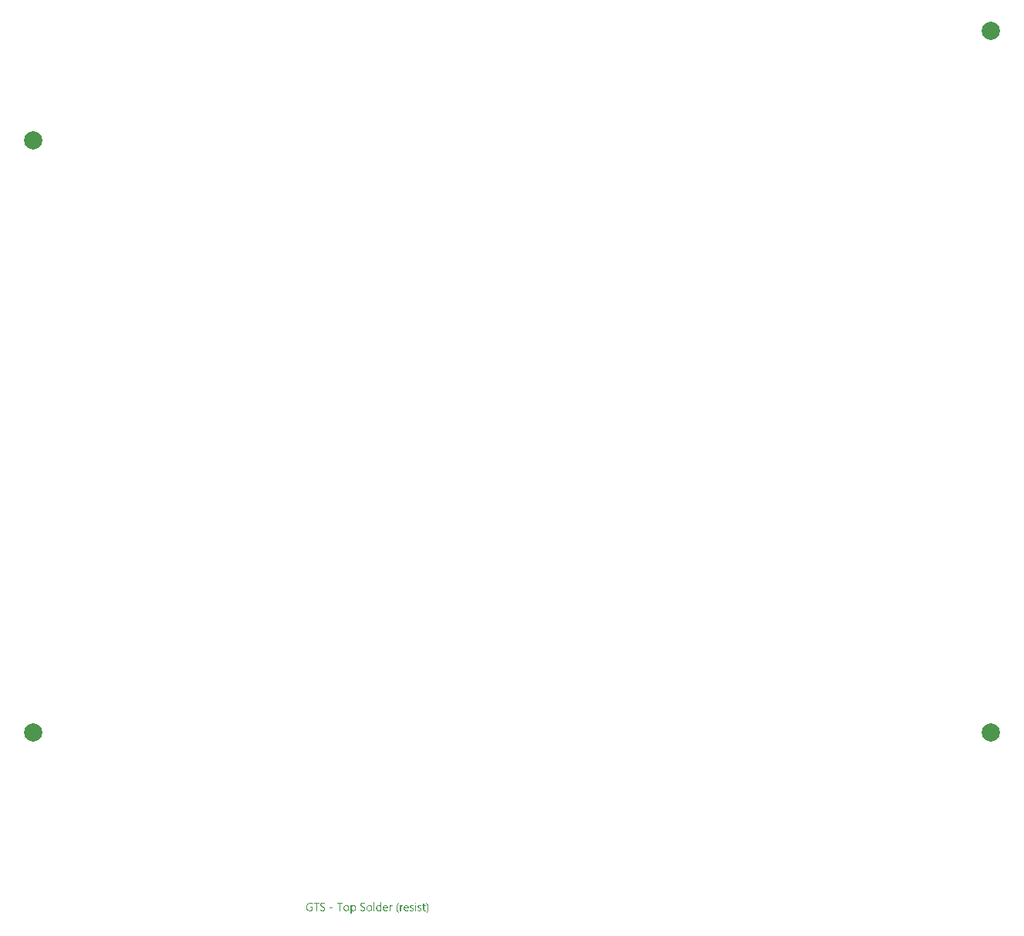
<source format=gts>
G04*
G04 #@! TF.GenerationSoftware,Altium Limited,Altium Designer,22.11.1 (43)*
G04*
G04 Layer_Color=8388736*
%FSAX26Y26*%
%MOIN*%
G70*
G04*
G04 #@! TF.SameCoordinates,4DE1539D-3C2F-4BBE-9D22-D2A5EFC50442*
G04*
G04*
G04 #@! TF.FilePolarity,Negative*
G04*
G01*
G75*
%ADD10C,0.078740*%
G36*
X01729768Y-00185863D02*
X01730046Y-00185924D01*
X01730324Y-00186017D01*
X01730633Y-00186172D01*
X01730942Y-00186357D01*
X01731251Y-00186604D01*
X01731282Y-00186635D01*
X01731375Y-00186728D01*
X01731498Y-00186882D01*
X01731653Y-00187099D01*
X01731776Y-00187377D01*
X01731900Y-00187686D01*
X01731993Y-00188056D01*
X01732024Y-00188458D01*
X01732024Y-00188520D01*
X01732024Y-00188644D01*
X01731993Y-00188829D01*
X01731931Y-00189107D01*
X01731838Y-00189385D01*
X01731684Y-00189694D01*
X01731498Y-00190003D01*
X01731251Y-00190312D01*
X01731220Y-00190343D01*
X01731127Y-00190436D01*
X01730942Y-00190559D01*
X01730726Y-00190683D01*
X01730448Y-00190807D01*
X01730139Y-00190930D01*
X01729799Y-00191023D01*
X01729397Y-00191054D01*
X01729212Y-00191054D01*
X01729026Y-00191023D01*
X01728748Y-00190961D01*
X01728470Y-00190868D01*
X01728161Y-00190745D01*
X01727852Y-00190590D01*
X01727543Y-00190343D01*
X01727512Y-00190312D01*
X01727419Y-00190220D01*
X01727296Y-00190034D01*
X01727172Y-00189818D01*
X01727049Y-00189571D01*
X01726925Y-00189231D01*
X01726832Y-00188860D01*
X01726801Y-00188458D01*
X01726801Y-00188396D01*
X01726801Y-00188273D01*
X01726832Y-00188056D01*
X01726894Y-00187809D01*
X01726987Y-00187500D01*
X01727110Y-00187191D01*
X01727296Y-00186882D01*
X01727543Y-00186604D01*
X01727574Y-00186573D01*
X01727667Y-00186481D01*
X01727852Y-00186357D01*
X01728068Y-00186202D01*
X01728346Y-00186079D01*
X01728655Y-00185955D01*
X01728995Y-00185863D01*
X01729397Y-00185832D01*
X01729582Y-00185832D01*
X01729768Y-00185863D01*
X01729768Y-00185863D02*
G37*
G36*
X01503982Y-00186821D02*
X01504414Y-00186821D01*
X01504909Y-00186851D01*
X01505465Y-00186882D01*
X01506052Y-00186944D01*
X01507288Y-00187099D01*
X01508524Y-00187315D01*
X01509142Y-00187469D01*
X01509698Y-00187624D01*
X01510254Y-00187840D01*
X01510718Y-00188056D01*
X01510718Y-00192691D01*
X01510687Y-00192661D01*
X01510563Y-00192599D01*
X01510409Y-00192506D01*
X01510161Y-00192352D01*
X01509852Y-00192197D01*
X01509482Y-00192012D01*
X01509049Y-00191795D01*
X01508555Y-00191610D01*
X01507998Y-00191394D01*
X01507380Y-00191208D01*
X01506732Y-00191023D01*
X01506021Y-00190868D01*
X01505279Y-00190714D01*
X01504476Y-00190621D01*
X01503611Y-00190559D01*
X01502715Y-00190529D01*
X01502220Y-00190529D01*
X01501880Y-00190559D01*
X01501479Y-00190590D01*
X01501015Y-00190652D01*
X01500521Y-00190714D01*
X01500026Y-00190807D01*
X01499965Y-00190807D01*
X01499810Y-00190868D01*
X01499563Y-00190930D01*
X01499223Y-00191023D01*
X01498852Y-00191147D01*
X01498450Y-00191301D01*
X01498018Y-00191517D01*
X01497616Y-00191734D01*
X01497585Y-00191764D01*
X01497431Y-00191857D01*
X01497245Y-00191981D01*
X01496998Y-00192166D01*
X01496751Y-00192413D01*
X01496442Y-00192691D01*
X01496164Y-00193000D01*
X01495917Y-00193371D01*
X01495886Y-00193402D01*
X01495824Y-00193557D01*
X01495700Y-00193773D01*
X01495608Y-00194051D01*
X01495484Y-00194391D01*
X01495360Y-00194824D01*
X01495299Y-00195287D01*
X01495268Y-00195812D01*
X01495268Y-00195874D01*
X01495268Y-00196029D01*
X01495299Y-00196307D01*
X01495330Y-00196616D01*
X01495391Y-00196987D01*
X01495484Y-00197388D01*
X01495608Y-00197790D01*
X01495762Y-00198161D01*
X01495793Y-00198192D01*
X01495855Y-00198315D01*
X01495978Y-00198501D01*
X01496133Y-00198748D01*
X01496349Y-00199026D01*
X01496596Y-00199335D01*
X01496905Y-00199644D01*
X01497245Y-00199953D01*
X01497276Y-00199984D01*
X01497431Y-00200077D01*
X01497647Y-00200262D01*
X01497925Y-00200447D01*
X01498265Y-00200695D01*
X01498667Y-00200942D01*
X01499130Y-00201251D01*
X01499625Y-00201529D01*
X01499656Y-00201529D01*
X01499686Y-00201560D01*
X01499872Y-00201653D01*
X01500181Y-00201807D01*
X01500552Y-00202023D01*
X01501046Y-00202240D01*
X01501602Y-00202518D01*
X01502220Y-00202827D01*
X01502869Y-00203167D01*
X01502900Y-00203167D01*
X01502962Y-00203197D01*
X01503054Y-00203259D01*
X01503178Y-00203321D01*
X01503363Y-00203414D01*
X01503549Y-00203506D01*
X01504012Y-00203754D01*
X01504569Y-00204063D01*
X01505187Y-00204403D01*
X01505805Y-00204743D01*
X01506454Y-00205144D01*
X01506484Y-00205144D01*
X01506515Y-00205175D01*
X01506608Y-00205237D01*
X01506732Y-00205330D01*
X01507072Y-00205546D01*
X01507473Y-00205824D01*
X01507937Y-00206164D01*
X01508431Y-00206535D01*
X01508926Y-00206967D01*
X01509420Y-00207431D01*
X01509482Y-00207493D01*
X01509636Y-00207647D01*
X01509852Y-00207894D01*
X01510161Y-00208234D01*
X01510470Y-00208636D01*
X01510810Y-00209099D01*
X01511119Y-00209625D01*
X01511428Y-00210181D01*
X01511428Y-00210212D01*
X01511459Y-00210243D01*
X01511490Y-00210335D01*
X01511552Y-00210459D01*
X01511676Y-00210768D01*
X01511830Y-00211170D01*
X01511954Y-00211695D01*
X01512077Y-00212282D01*
X01512170Y-00212931D01*
X01512201Y-00213642D01*
X01512201Y-00213673D01*
X01512201Y-00213765D01*
X01512201Y-00213889D01*
X01512201Y-00214074D01*
X01512170Y-00214291D01*
X01512139Y-00214569D01*
X01512108Y-00214847D01*
X01512077Y-00215156D01*
X01511954Y-00215867D01*
X01511768Y-00216608D01*
X01511521Y-00217350D01*
X01511181Y-00218060D01*
X01511181Y-00218091D01*
X01511150Y-00218153D01*
X01511089Y-00218246D01*
X01510996Y-00218369D01*
X01510780Y-00218678D01*
X01510470Y-00219111D01*
X01510069Y-00219575D01*
X01509605Y-00220069D01*
X01509049Y-00220532D01*
X01508431Y-00220996D01*
X01508400Y-00220996D01*
X01508338Y-00221058D01*
X01508246Y-00221089D01*
X01508122Y-00221181D01*
X01507968Y-00221274D01*
X01507751Y-00221367D01*
X01507288Y-00221614D01*
X01506701Y-00221861D01*
X01506021Y-00222139D01*
X01505279Y-00222386D01*
X01504445Y-00222603D01*
X01504414Y-00222603D01*
X01504352Y-00222634D01*
X01504229Y-00222634D01*
X01504043Y-00222665D01*
X01503858Y-00222726D01*
X01503611Y-00222757D01*
X01503333Y-00222788D01*
X01502993Y-00222850D01*
X01502282Y-00222943D01*
X01501479Y-00223004D01*
X01500613Y-00223066D01*
X01499686Y-00223097D01*
X01499347Y-00223097D01*
X01499130Y-00223066D01*
X01498821Y-00223066D01*
X01498450Y-00223035D01*
X01498049Y-00223004D01*
X01497616Y-00222943D01*
X01497554Y-00222943D01*
X01497400Y-00222912D01*
X01497153Y-00222881D01*
X01496844Y-00222850D01*
X01496473Y-00222788D01*
X01496040Y-00222726D01*
X01495608Y-00222665D01*
X01495113Y-00222572D01*
X01495051Y-00222572D01*
X01494897Y-00222541D01*
X01494650Y-00222479D01*
X01494341Y-00222386D01*
X01493970Y-00222325D01*
X01493568Y-00222201D01*
X01492703Y-00221954D01*
X01492641Y-00221923D01*
X01492518Y-00221892D01*
X01492301Y-00221799D01*
X01492054Y-00221707D01*
X01491776Y-00221583D01*
X01491467Y-00221429D01*
X01491158Y-00221274D01*
X01490880Y-00221089D01*
X01490880Y-00216237D01*
X01490911Y-00216268D01*
X01491034Y-00216361D01*
X01491220Y-00216515D01*
X01491436Y-00216670D01*
X01491745Y-00216886D01*
X01492085Y-00217102D01*
X01492456Y-00217350D01*
X01492888Y-00217566D01*
X01492950Y-00217597D01*
X01493105Y-00217659D01*
X01493321Y-00217782D01*
X01493630Y-00217906D01*
X01494001Y-00218060D01*
X01494402Y-00218246D01*
X01494866Y-00218431D01*
X01495330Y-00218586D01*
X01495391Y-00218617D01*
X01495546Y-00218648D01*
X01495824Y-00218709D01*
X01496133Y-00218802D01*
X01496535Y-00218926D01*
X01496967Y-00219018D01*
X01497925Y-00219204D01*
X01497987Y-00219204D01*
X01498141Y-00219235D01*
X01498389Y-00219266D01*
X01498728Y-00219296D01*
X01499099Y-00219358D01*
X01499501Y-00219389D01*
X01500335Y-00219420D01*
X01500706Y-00219420D01*
X01500953Y-00219389D01*
X01501262Y-00219389D01*
X01501633Y-00219358D01*
X01502035Y-00219296D01*
X01502467Y-00219235D01*
X01503394Y-00219080D01*
X01504321Y-00218833D01*
X01505217Y-00218493D01*
X01505619Y-00218277D01*
X01505990Y-00218030D01*
X01506021Y-00217999D01*
X01506083Y-00217968D01*
X01506175Y-00217875D01*
X01506299Y-00217751D01*
X01506423Y-00217628D01*
X01506577Y-00217442D01*
X01506763Y-00217226D01*
X01506948Y-00216979D01*
X01507102Y-00216701D01*
X01507288Y-00216423D01*
X01507597Y-00215712D01*
X01507689Y-00215310D01*
X01507782Y-00214878D01*
X01507844Y-00214445D01*
X01507875Y-00213951D01*
X01507875Y-00213920D01*
X01507875Y-00213889D01*
X01507875Y-00213703D01*
X01507844Y-00213456D01*
X01507813Y-00213116D01*
X01507720Y-00212715D01*
X01507628Y-00212313D01*
X01507473Y-00211880D01*
X01507257Y-00211479D01*
X01507226Y-00211417D01*
X01507133Y-00211293D01*
X01507010Y-00211108D01*
X01506824Y-00210830D01*
X01506577Y-00210552D01*
X01506268Y-00210212D01*
X01505928Y-00209903D01*
X01505526Y-00209563D01*
X01505465Y-00209532D01*
X01505341Y-00209408D01*
X01505094Y-00209223D01*
X01504785Y-00209007D01*
X01504383Y-00208760D01*
X01503951Y-00208481D01*
X01503456Y-00208172D01*
X01502900Y-00207894D01*
X01502869Y-00207894D01*
X01502838Y-00207863D01*
X01502745Y-00207802D01*
X01502653Y-00207740D01*
X01502344Y-00207585D01*
X01501942Y-00207369D01*
X01501448Y-00207122D01*
X01500891Y-00206844D01*
X01500304Y-00206535D01*
X01499656Y-00206195D01*
X01499625Y-00206195D01*
X01499563Y-00206164D01*
X01499470Y-00206102D01*
X01499347Y-00206040D01*
X01499007Y-00205855D01*
X01498543Y-00205608D01*
X01498018Y-00205330D01*
X01497431Y-00205021D01*
X01496226Y-00204310D01*
X01496195Y-00204310D01*
X01496164Y-00204279D01*
X01496071Y-00204217D01*
X01495947Y-00204155D01*
X01495669Y-00203939D01*
X01495299Y-00203692D01*
X01494866Y-00203383D01*
X01494402Y-00203012D01*
X01493939Y-00202641D01*
X01493476Y-00202209D01*
X01493414Y-00202147D01*
X01493290Y-00201992D01*
X01493074Y-00201776D01*
X01492796Y-00201467D01*
X01492518Y-00201065D01*
X01492209Y-00200633D01*
X01491900Y-00200138D01*
X01491621Y-00199613D01*
X01491621Y-00199582D01*
X01491591Y-00199551D01*
X01491560Y-00199459D01*
X01491529Y-00199335D01*
X01491405Y-00199026D01*
X01491282Y-00198624D01*
X01491158Y-00198130D01*
X01491034Y-00197543D01*
X01490973Y-00196894D01*
X01490942Y-00196183D01*
X01490942Y-00196152D01*
X01490942Y-00196090D01*
X01490942Y-00195936D01*
X01490973Y-00195781D01*
X01490973Y-00195565D01*
X01491004Y-00195318D01*
X01491065Y-00194762D01*
X01491189Y-00194113D01*
X01491374Y-00193402D01*
X01491652Y-00192691D01*
X01491992Y-00192012D01*
X01491992Y-00191981D01*
X01492054Y-00191919D01*
X01492116Y-00191826D01*
X01492178Y-00191703D01*
X01492425Y-00191394D01*
X01492734Y-00190961D01*
X01493136Y-00190498D01*
X01493599Y-00190003D01*
X01494124Y-00189540D01*
X01494742Y-00189076D01*
X01494773Y-00189076D01*
X01494835Y-00189014D01*
X01494928Y-00188953D01*
X01495051Y-00188891D01*
X01495206Y-00188798D01*
X01495391Y-00188674D01*
X01495886Y-00188427D01*
X01496473Y-00188149D01*
X01497122Y-00187871D01*
X01497863Y-00187593D01*
X01498667Y-00187377D01*
X01498698Y-00187377D01*
X01498759Y-00187346D01*
X01498883Y-00187315D01*
X01499037Y-00187284D01*
X01499254Y-00187253D01*
X01499470Y-00187191D01*
X01499748Y-00187130D01*
X01500057Y-00187068D01*
X01500737Y-00186975D01*
X01501479Y-00186882D01*
X01502313Y-00186821D01*
X01503147Y-00186790D01*
X01503642Y-00186790D01*
X01503982Y-00186821D01*
X01503982Y-00186821D02*
G37*
G36*
X01330787Y-00186821D02*
X01331220Y-00186821D01*
X01331714Y-00186851D01*
X01332270Y-00186882D01*
X01332857Y-00186944D01*
X01334093Y-00187099D01*
X01335329Y-00187315D01*
X01335947Y-00187469D01*
X01336504Y-00187624D01*
X01337060Y-00187840D01*
X01337523Y-00188056D01*
X01337523Y-00192691D01*
X01337492Y-00192661D01*
X01337369Y-00192599D01*
X01337214Y-00192506D01*
X01336967Y-00192352D01*
X01336658Y-00192197D01*
X01336287Y-00192012D01*
X01335855Y-00191795D01*
X01335360Y-00191610D01*
X01334804Y-00191394D01*
X01334186Y-00191208D01*
X01333537Y-00191023D01*
X01332826Y-00190868D01*
X01332085Y-00190714D01*
X01331281Y-00190621D01*
X01330416Y-00190559D01*
X01329520Y-00190529D01*
X01329026Y-00190529D01*
X01328686Y-00190559D01*
X01328284Y-00190590D01*
X01327821Y-00190652D01*
X01327326Y-00190714D01*
X01326832Y-00190807D01*
X01326770Y-00190807D01*
X01326616Y-00190868D01*
X01326368Y-00190930D01*
X01326028Y-00191023D01*
X01325658Y-00191147D01*
X01325256Y-00191301D01*
X01324823Y-00191517D01*
X01324422Y-00191734D01*
X01324391Y-00191764D01*
X01324236Y-00191857D01*
X01324051Y-00191981D01*
X01323804Y-00192166D01*
X01323556Y-00192413D01*
X01323247Y-00192691D01*
X01322969Y-00193000D01*
X01322722Y-00193371D01*
X01322691Y-00193402D01*
X01322629Y-00193557D01*
X01322506Y-00193773D01*
X01322413Y-00194051D01*
X01322290Y-00194391D01*
X01322166Y-00194824D01*
X01322104Y-00195287D01*
X01322073Y-00195812D01*
X01322073Y-00195874D01*
X01322073Y-00196029D01*
X01322104Y-00196307D01*
X01322135Y-00196616D01*
X01322197Y-00196987D01*
X01322290Y-00197388D01*
X01322413Y-00197790D01*
X01322568Y-00198161D01*
X01322599Y-00198192D01*
X01322660Y-00198315D01*
X01322784Y-00198501D01*
X01322938Y-00198748D01*
X01323155Y-00199026D01*
X01323402Y-00199335D01*
X01323711Y-00199644D01*
X01324051Y-00199953D01*
X01324082Y-00199984D01*
X01324236Y-00200077D01*
X01324453Y-00200262D01*
X01324731Y-00200447D01*
X01325071Y-00200695D01*
X01325472Y-00200942D01*
X01325936Y-00201251D01*
X01326430Y-00201529D01*
X01326461Y-00201529D01*
X01326492Y-00201560D01*
X01326677Y-00201653D01*
X01326986Y-00201807D01*
X01327357Y-00202023D01*
X01327851Y-00202240D01*
X01328408Y-00202518D01*
X01329026Y-00202827D01*
X01329675Y-00203167D01*
X01329706Y-00203167D01*
X01329767Y-00203197D01*
X01329860Y-00203259D01*
X01329984Y-00203321D01*
X01330169Y-00203414D01*
X01330354Y-00203506D01*
X01330818Y-00203754D01*
X01331374Y-00204063D01*
X01331992Y-00204403D01*
X01332610Y-00204743D01*
X01333259Y-00205144D01*
X01333290Y-00205144D01*
X01333321Y-00205175D01*
X01333414Y-00205237D01*
X01333537Y-00205330D01*
X01333877Y-00205546D01*
X01334279Y-00205824D01*
X01334742Y-00206164D01*
X01335237Y-00206535D01*
X01335731Y-00206967D01*
X01336225Y-00207431D01*
X01336287Y-00207493D01*
X01336442Y-00207647D01*
X01336658Y-00207894D01*
X01336967Y-00208234D01*
X01337276Y-00208636D01*
X01337616Y-00209099D01*
X01337925Y-00209625D01*
X01338234Y-00210181D01*
X01338234Y-00210212D01*
X01338265Y-00210243D01*
X01338296Y-00210335D01*
X01338358Y-00210459D01*
X01338481Y-00210768D01*
X01338636Y-00211170D01*
X01338759Y-00211695D01*
X01338883Y-00212282D01*
X01338976Y-00212931D01*
X01339006Y-00213642D01*
X01339006Y-00213673D01*
X01339006Y-00213765D01*
X01339006Y-00213889D01*
X01339006Y-00214074D01*
X01338976Y-00214291D01*
X01338945Y-00214569D01*
X01338914Y-00214847D01*
X01338883Y-00215156D01*
X01338759Y-00215867D01*
X01338574Y-00216608D01*
X01338327Y-00217350D01*
X01337987Y-00218060D01*
X01337987Y-00218091D01*
X01337956Y-00218153D01*
X01337894Y-00218246D01*
X01337801Y-00218369D01*
X01337585Y-00218678D01*
X01337276Y-00219111D01*
X01336874Y-00219575D01*
X01336411Y-00220069D01*
X01335855Y-00220532D01*
X01335237Y-00220996D01*
X01335206Y-00220996D01*
X01335144Y-00221058D01*
X01335051Y-00221089D01*
X01334928Y-00221181D01*
X01334773Y-00221274D01*
X01334557Y-00221367D01*
X01334093Y-00221614D01*
X01333506Y-00221861D01*
X01332826Y-00222139D01*
X01332085Y-00222386D01*
X01331251Y-00222603D01*
X01331220Y-00222603D01*
X01331158Y-00222634D01*
X01331034Y-00222634D01*
X01330849Y-00222665D01*
X01330663Y-00222726D01*
X01330416Y-00222757D01*
X01330138Y-00222788D01*
X01329798Y-00222850D01*
X01329088Y-00222943D01*
X01328284Y-00223004D01*
X01327419Y-00223066D01*
X01326492Y-00223097D01*
X01326152Y-00223097D01*
X01325936Y-00223066D01*
X01325627Y-00223066D01*
X01325256Y-00223035D01*
X01324854Y-00223004D01*
X01324422Y-00222943D01*
X01324360Y-00222943D01*
X01324205Y-00222912D01*
X01323958Y-00222881D01*
X01323649Y-00222850D01*
X01323278Y-00222788D01*
X01322846Y-00222726D01*
X01322413Y-00222665D01*
X01321919Y-00222572D01*
X01321857Y-00222572D01*
X01321702Y-00222541D01*
X01321455Y-00222479D01*
X01321146Y-00222386D01*
X01320775Y-00222325D01*
X01320374Y-00222201D01*
X01319508Y-00221954D01*
X01319447Y-00221923D01*
X01319323Y-00221892D01*
X01319107Y-00221799D01*
X01318860Y-00221707D01*
X01318582Y-00221583D01*
X01318273Y-00221429D01*
X01317964Y-00221274D01*
X01317685Y-00221089D01*
X01317685Y-00216237D01*
X01317716Y-00216268D01*
X01317840Y-00216361D01*
X01318025Y-00216515D01*
X01318242Y-00216670D01*
X01318551Y-00216886D01*
X01318890Y-00217102D01*
X01319261Y-00217350D01*
X01319694Y-00217566D01*
X01319756Y-00217597D01*
X01319910Y-00217659D01*
X01320127Y-00217782D01*
X01320436Y-00217906D01*
X01320806Y-00218060D01*
X01321208Y-00218246D01*
X01321671Y-00218431D01*
X01322135Y-00218586D01*
X01322197Y-00218617D01*
X01322351Y-00218648D01*
X01322629Y-00218709D01*
X01322938Y-00218802D01*
X01323340Y-00218926D01*
X01323773Y-00219018D01*
X01324731Y-00219204D01*
X01324792Y-00219204D01*
X01324947Y-00219235D01*
X01325194Y-00219266D01*
X01325534Y-00219296D01*
X01325905Y-00219358D01*
X01326306Y-00219389D01*
X01327141Y-00219420D01*
X01327512Y-00219420D01*
X01327759Y-00219389D01*
X01328068Y-00219389D01*
X01328439Y-00219358D01*
X01328840Y-00219296D01*
X01329273Y-00219235D01*
X01330200Y-00219080D01*
X01331127Y-00218833D01*
X01332023Y-00218493D01*
X01332425Y-00218277D01*
X01332795Y-00218030D01*
X01332826Y-00217999D01*
X01332888Y-00217968D01*
X01332981Y-00217875D01*
X01333104Y-00217751D01*
X01333228Y-00217628D01*
X01333383Y-00217442D01*
X01333568Y-00217226D01*
X01333753Y-00216979D01*
X01333908Y-00216701D01*
X01334093Y-00216423D01*
X01334402Y-00215712D01*
X01334495Y-00215310D01*
X01334588Y-00214878D01*
X01334649Y-00214445D01*
X01334680Y-00213951D01*
X01334680Y-00213920D01*
X01334680Y-00213889D01*
X01334680Y-00213703D01*
X01334649Y-00213456D01*
X01334619Y-00213116D01*
X01334526Y-00212715D01*
X01334433Y-00212313D01*
X01334279Y-00211880D01*
X01334062Y-00211479D01*
X01334032Y-00211417D01*
X01333939Y-00211293D01*
X01333815Y-00211108D01*
X01333630Y-00210830D01*
X01333383Y-00210552D01*
X01333074Y-00210212D01*
X01332734Y-00209903D01*
X01332332Y-00209563D01*
X01332270Y-00209532D01*
X01332147Y-00209408D01*
X01331899Y-00209223D01*
X01331590Y-00209007D01*
X01331189Y-00208760D01*
X01330756Y-00208481D01*
X01330262Y-00208172D01*
X01329706Y-00207894D01*
X01329675Y-00207894D01*
X01329644Y-00207863D01*
X01329551Y-00207802D01*
X01329458Y-00207740D01*
X01329149Y-00207585D01*
X01328748Y-00207369D01*
X01328253Y-00207122D01*
X01327697Y-00206844D01*
X01327110Y-00206535D01*
X01326461Y-00206195D01*
X01326430Y-00206195D01*
X01326368Y-00206164D01*
X01326276Y-00206102D01*
X01326152Y-00206040D01*
X01325812Y-00205855D01*
X01325349Y-00205608D01*
X01324823Y-00205330D01*
X01324236Y-00205021D01*
X01323031Y-00204310D01*
X01323000Y-00204310D01*
X01322969Y-00204279D01*
X01322877Y-00204217D01*
X01322753Y-00204155D01*
X01322475Y-00203939D01*
X01322104Y-00203692D01*
X01321671Y-00203383D01*
X01321208Y-00203012D01*
X01320745Y-00202641D01*
X01320281Y-00202209D01*
X01320219Y-00202147D01*
X01320096Y-00201992D01*
X01319879Y-00201776D01*
X01319601Y-00201467D01*
X01319323Y-00201065D01*
X01319014Y-00200633D01*
X01318705Y-00200138D01*
X01318427Y-00199613D01*
X01318427Y-00199582D01*
X01318396Y-00199551D01*
X01318365Y-00199459D01*
X01318334Y-00199335D01*
X01318211Y-00199026D01*
X01318087Y-00198624D01*
X01317964Y-00198130D01*
X01317840Y-00197543D01*
X01317778Y-00196894D01*
X01317747Y-00196183D01*
X01317747Y-00196152D01*
X01317747Y-00196090D01*
X01317747Y-00195936D01*
X01317778Y-00195781D01*
X01317778Y-00195565D01*
X01317809Y-00195318D01*
X01317871Y-00194762D01*
X01317994Y-00194113D01*
X01318180Y-00193402D01*
X01318458Y-00192691D01*
X01318798Y-00192012D01*
X01318798Y-00191981D01*
X01318860Y-00191919D01*
X01318921Y-00191826D01*
X01318983Y-00191703D01*
X01319230Y-00191394D01*
X01319539Y-00190961D01*
X01319941Y-00190498D01*
X01320405Y-00190003D01*
X01320930Y-00189540D01*
X01321548Y-00189076D01*
X01321579Y-00189076D01*
X01321641Y-00189014D01*
X01321733Y-00188953D01*
X01321857Y-00188891D01*
X01322011Y-00188798D01*
X01322197Y-00188674D01*
X01322691Y-00188427D01*
X01323278Y-00188149D01*
X01323927Y-00187871D01*
X01324669Y-00187593D01*
X01325472Y-00187377D01*
X01325503Y-00187377D01*
X01325565Y-00187346D01*
X01325688Y-00187315D01*
X01325843Y-00187284D01*
X01326059Y-00187253D01*
X01326276Y-00187191D01*
X01326554Y-00187130D01*
X01326863Y-00187068D01*
X01327543Y-00186975D01*
X01328284Y-00186882D01*
X01329118Y-00186821D01*
X01329953Y-00186790D01*
X01330447Y-00186790D01*
X01330787Y-00186821D01*
X01330787Y-00186821D02*
G37*
G36*
X01275507Y-00186821D02*
X01276001Y-00186851D01*
X01276588Y-00186882D01*
X01277206Y-00186944D01*
X01277917Y-00187037D01*
X01278659Y-00187130D01*
X01279431Y-00187253D01*
X01280235Y-00187408D01*
X01281038Y-00187593D01*
X01281841Y-00187809D01*
X01282645Y-00188056D01*
X01283448Y-00188335D01*
X01284190Y-00188674D01*
X01284190Y-00193217D01*
X01284128Y-00193186D01*
X01284004Y-00193093D01*
X01283757Y-00192970D01*
X01283448Y-00192784D01*
X01283016Y-00192599D01*
X01282521Y-00192352D01*
X01281965Y-00192135D01*
X01281316Y-00191857D01*
X01280636Y-00191610D01*
X01279864Y-00191363D01*
X01279030Y-00191147D01*
X01278133Y-00190961D01*
X01277176Y-00190776D01*
X01276187Y-00190652D01*
X01275167Y-00190559D01*
X01274085Y-00190529D01*
X01273838Y-00190529D01*
X01273529Y-00190559D01*
X01273097Y-00190590D01*
X01272602Y-00190652D01*
X01272015Y-00190745D01*
X01271366Y-00190868D01*
X01270656Y-00191023D01*
X01269914Y-00191239D01*
X01269141Y-00191517D01*
X01268338Y-00191857D01*
X01267504Y-00192259D01*
X01266700Y-00192722D01*
X01265928Y-00193248D01*
X01265155Y-00193897D01*
X01264414Y-00194607D01*
X01264383Y-00194638D01*
X01264259Y-00194793D01*
X01264074Y-00195009D01*
X01263827Y-00195349D01*
X01263549Y-00195751D01*
X01263209Y-00196214D01*
X01262869Y-00196801D01*
X01262529Y-00197450D01*
X01262189Y-00198161D01*
X01261849Y-00198964D01*
X01261509Y-00199829D01*
X01261231Y-00200756D01*
X01260984Y-00201745D01*
X01260799Y-00202796D01*
X01260675Y-00203939D01*
X01260644Y-00205113D01*
X01260644Y-00205144D01*
X01260644Y-00205175D01*
X01260644Y-00205268D01*
X01260644Y-00205391D01*
X01260644Y-00205577D01*
X01260675Y-00205762D01*
X01260706Y-00206226D01*
X01260737Y-00206782D01*
X01260829Y-00207431D01*
X01260922Y-00208142D01*
X01261077Y-00208914D01*
X01261262Y-00209748D01*
X01261509Y-00210613D01*
X01261787Y-00211479D01*
X01262127Y-00212375D01*
X01262529Y-00213240D01*
X01262992Y-00214074D01*
X01263518Y-00214878D01*
X01264136Y-00215619D01*
X01264167Y-00215650D01*
X01264290Y-00215774D01*
X01264506Y-00215959D01*
X01264785Y-00216206D01*
X01265124Y-00216484D01*
X01265557Y-00216824D01*
X01266052Y-00217164D01*
X01266639Y-00217504D01*
X01267287Y-00217875D01*
X01267998Y-00218215D01*
X01268771Y-00218524D01*
X01269636Y-00218833D01*
X01270532Y-00219080D01*
X01271521Y-00219266D01*
X01272541Y-00219389D01*
X01273653Y-00219420D01*
X01274055Y-00219420D01*
X01274333Y-00219389D01*
X01274704Y-00219358D01*
X01275105Y-00219327D01*
X01275569Y-00219296D01*
X01276094Y-00219204D01*
X01276619Y-00219142D01*
X01277206Y-00219018D01*
X01278381Y-00218740D01*
X01278999Y-00218555D01*
X01279586Y-00218308D01*
X01280173Y-00218060D01*
X01280760Y-00217782D01*
X01280760Y-00207925D01*
X01273066Y-00207925D01*
X01273066Y-00204186D01*
X01284900Y-00204186D01*
X01284900Y-00220131D01*
X01284839Y-00220162D01*
X01284653Y-00220254D01*
X01284375Y-00220409D01*
X01283974Y-00220594D01*
X01283479Y-00220810D01*
X01282892Y-00221058D01*
X01282212Y-00221336D01*
X01281440Y-00221614D01*
X01280605Y-00221892D01*
X01279678Y-00222170D01*
X01278720Y-00222417D01*
X01277701Y-00222634D01*
X01276619Y-00222819D01*
X01275476Y-00222974D01*
X01274333Y-00223066D01*
X01273128Y-00223097D01*
X01272788Y-00223097D01*
X01272633Y-00223066D01*
X01272417Y-00223066D01*
X01272170Y-00223035D01*
X01271892Y-00223035D01*
X01271243Y-00222943D01*
X01270501Y-00222850D01*
X01269698Y-00222695D01*
X01268802Y-00222479D01*
X01267844Y-00222232D01*
X01266855Y-00221923D01*
X01265835Y-00221521D01*
X01264815Y-00221058D01*
X01263796Y-00220501D01*
X01262807Y-00219853D01*
X01261849Y-00219111D01*
X01260953Y-00218277D01*
X01260891Y-00218215D01*
X01260768Y-00218060D01*
X01260520Y-00217782D01*
X01260242Y-00217381D01*
X01259871Y-00216917D01*
X01259501Y-00216330D01*
X01259068Y-00215619D01*
X01258636Y-00214847D01*
X01258203Y-00213982D01*
X01257770Y-00212993D01*
X01257399Y-00211942D01*
X01257029Y-00210799D01*
X01256751Y-00209594D01*
X01256503Y-00208265D01*
X01256380Y-00206875D01*
X01256318Y-00205422D01*
X01256318Y-00205391D01*
X01256318Y-00205330D01*
X01256318Y-00205206D01*
X01256318Y-00205052D01*
X01256349Y-00204866D01*
X01256349Y-00204619D01*
X01256380Y-00204372D01*
X01256411Y-00204063D01*
X01256442Y-00203723D01*
X01256473Y-00203383D01*
X01256596Y-00202579D01*
X01256751Y-00201653D01*
X01256967Y-00200695D01*
X01257245Y-00199644D01*
X01257585Y-00198562D01*
X01257987Y-00197450D01*
X01258481Y-00196338D01*
X01259099Y-00195225D01*
X01259779Y-00194113D01*
X01260582Y-00193062D01*
X01261478Y-00192043D01*
X01261540Y-00191981D01*
X01261726Y-00191826D01*
X01262004Y-00191548D01*
X01262405Y-00191208D01*
X01262931Y-00190838D01*
X01263518Y-00190374D01*
X01264228Y-00189911D01*
X01265063Y-00189416D01*
X01265959Y-00188922D01*
X01266948Y-00188458D01*
X01267998Y-00187995D01*
X01269172Y-00187624D01*
X01270408Y-00187284D01*
X01271706Y-00187006D01*
X01273097Y-00186851D01*
X01274549Y-00186790D01*
X01275105Y-00186790D01*
X01275507Y-00186821D01*
X01275507Y-00186821D02*
G37*
G36*
X01581633Y-00222510D02*
X01577616Y-00222510D01*
X01577616Y-00218277D01*
X01577524Y-00218277D01*
X01577493Y-00218339D01*
X01577400Y-00218493D01*
X01577215Y-00218709D01*
X01576998Y-00219018D01*
X01576689Y-00219389D01*
X01576349Y-00219791D01*
X01575917Y-00220223D01*
X01575391Y-00220687D01*
X01574835Y-00221150D01*
X01574186Y-00221583D01*
X01573476Y-00221985D01*
X01572703Y-00222356D01*
X01571869Y-00222665D01*
X01570942Y-00222881D01*
X01569953Y-00223035D01*
X01568902Y-00223097D01*
X01568686Y-00223097D01*
X01568439Y-00223066D01*
X01568130Y-00223035D01*
X01567728Y-00223004D01*
X01567265Y-00222912D01*
X01566739Y-00222819D01*
X01566183Y-00222665D01*
X01565596Y-00222510D01*
X01564978Y-00222263D01*
X01564360Y-00222016D01*
X01563711Y-00221676D01*
X01563093Y-00221305D01*
X01562475Y-00220841D01*
X01561888Y-00220316D01*
X01561332Y-00219729D01*
X01561301Y-00219698D01*
X01561208Y-00219575D01*
X01561085Y-00219389D01*
X01560899Y-00219111D01*
X01560683Y-00218771D01*
X01560436Y-00218369D01*
X01560189Y-00217875D01*
X01559941Y-00217319D01*
X01559663Y-00216701D01*
X01559416Y-00216021D01*
X01559169Y-00215249D01*
X01558953Y-00214445D01*
X01558767Y-00213580D01*
X01558644Y-00212622D01*
X01558551Y-00211633D01*
X01558520Y-00210583D01*
X01558520Y-00210552D01*
X01558520Y-00210521D01*
X01558520Y-00210428D01*
X01558520Y-00210304D01*
X01558551Y-00209995D01*
X01558582Y-00209563D01*
X01558613Y-00209007D01*
X01558675Y-00208420D01*
X01558767Y-00207740D01*
X01558922Y-00206998D01*
X01559076Y-00206226D01*
X01559293Y-00205391D01*
X01559540Y-00204588D01*
X01559849Y-00203723D01*
X01560189Y-00202919D01*
X01560621Y-00202116D01*
X01561085Y-00201344D01*
X01561641Y-00200602D01*
X01561672Y-00200571D01*
X01561795Y-00200447D01*
X01561981Y-00200262D01*
X01562228Y-00200015D01*
X01562537Y-00199737D01*
X01562908Y-00199397D01*
X01563371Y-00199057D01*
X01563866Y-00198717D01*
X01564453Y-00198377D01*
X01565071Y-00198037D01*
X01565751Y-00197697D01*
X01566492Y-00197419D01*
X01567296Y-00197172D01*
X01568161Y-00196987D01*
X01569057Y-00196863D01*
X01570015Y-00196832D01*
X01570231Y-00196832D01*
X01570509Y-00196863D01*
X01570849Y-00196894D01*
X01571282Y-00196956D01*
X01571776Y-00197048D01*
X01572301Y-00197172D01*
X01572889Y-00197327D01*
X01573506Y-00197543D01*
X01574124Y-00197821D01*
X01574743Y-00198161D01*
X01575361Y-00198562D01*
X01575948Y-00199026D01*
X01576535Y-00199551D01*
X01577060Y-00200200D01*
X01577524Y-00200911D01*
X01577616Y-00200911D01*
X01577616Y-00185368D01*
X01581633Y-00185368D01*
X01581633Y-00222510D01*
X01581633Y-00222510D02*
G37*
G36*
X01461988Y-00196863D02*
X01462328Y-00196894D01*
X01462730Y-00196925D01*
X01463194Y-00197018D01*
X01463719Y-00197110D01*
X01464306Y-00197265D01*
X01464893Y-00197450D01*
X01465511Y-00197666D01*
X01466129Y-00197945D01*
X01466778Y-00198254D01*
X01467396Y-00198655D01*
X01467983Y-00199119D01*
X01468570Y-00199644D01*
X01469095Y-00200231D01*
X01469126Y-00200262D01*
X01469219Y-00200386D01*
X01469343Y-00200571D01*
X01469528Y-00200849D01*
X01469713Y-00201189D01*
X01469961Y-00201591D01*
X01470208Y-00202085D01*
X01470455Y-00202610D01*
X01470702Y-00203228D01*
X01470949Y-00203908D01*
X01471197Y-00204650D01*
X01471382Y-00205453D01*
X01471567Y-00206318D01*
X01471691Y-00207245D01*
X01471784Y-00208234D01*
X01471815Y-00209254D01*
X01471815Y-00209285D01*
X01471815Y-00209316D01*
X01471815Y-00209408D01*
X01471815Y-00209532D01*
X01471784Y-00209872D01*
X01471753Y-00210304D01*
X01471722Y-00210830D01*
X01471660Y-00211448D01*
X01471567Y-00212128D01*
X01471444Y-00212869D01*
X01471258Y-00213642D01*
X01471073Y-00214476D01*
X01470826Y-00215310D01*
X01470517Y-00216145D01*
X01470177Y-00216979D01*
X01469775Y-00217813D01*
X01469281Y-00218586D01*
X01468755Y-00219327D01*
X01468725Y-00219358D01*
X01468601Y-00219482D01*
X01468447Y-00219667D01*
X01468199Y-00219914D01*
X01467890Y-00220192D01*
X01467520Y-00220532D01*
X01467056Y-00220872D01*
X01466562Y-00221212D01*
X01466005Y-00221552D01*
X01465357Y-00221892D01*
X01464677Y-00222232D01*
X01463935Y-00222510D01*
X01463132Y-00222757D01*
X01462266Y-00222943D01*
X01461340Y-00223066D01*
X01460382Y-00223097D01*
X01460165Y-00223097D01*
X01459918Y-00223066D01*
X01459578Y-00223035D01*
X01459177Y-00222974D01*
X01458713Y-00222881D01*
X01458188Y-00222757D01*
X01457601Y-00222572D01*
X01457014Y-00222356D01*
X01456396Y-00222077D01*
X01455777Y-00221738D01*
X01455129Y-00221336D01*
X01454511Y-00220841D01*
X01453924Y-00220285D01*
X01453367Y-00219636D01*
X01452842Y-00218895D01*
X01452749Y-00218895D01*
X01452749Y-00234036D01*
X01448732Y-00234036D01*
X01448732Y-00197419D01*
X01452749Y-00197419D01*
X01452749Y-00201838D01*
X01452842Y-00201838D01*
X01452873Y-00201776D01*
X01452996Y-00201622D01*
X01453151Y-00201374D01*
X01453398Y-00201065D01*
X01453707Y-00200664D01*
X01454078Y-00200262D01*
X01454542Y-00199798D01*
X01455036Y-00199335D01*
X01455623Y-00198871D01*
X01456272Y-00198408D01*
X01456983Y-00198006D01*
X01457755Y-00197605D01*
X01458589Y-00197296D01*
X01459516Y-00197048D01*
X01460474Y-00196894D01*
X01461525Y-00196832D01*
X01461741Y-00196832D01*
X01461988Y-00196863D01*
X01461988Y-00196863D02*
G37*
G36*
X01748153Y-00196863D02*
X01748431Y-00196863D01*
X01748771Y-00196894D01*
X01749142Y-00196925D01*
X01749544Y-00196987D01*
X01750471Y-00197110D01*
X01751429Y-00197327D01*
X01752448Y-00197605D01*
X01753437Y-00197975D01*
X01753437Y-00202054D01*
X01753406Y-00202023D01*
X01753314Y-00201962D01*
X01753159Y-00201900D01*
X01752943Y-00201776D01*
X01752696Y-00201622D01*
X01752387Y-00201467D01*
X01752016Y-00201313D01*
X01751614Y-00201127D01*
X01751151Y-00200973D01*
X01750687Y-00200818D01*
X01750162Y-00200664D01*
X01749606Y-00200509D01*
X01748988Y-00200386D01*
X01748370Y-00200324D01*
X01747752Y-00200262D01*
X01747072Y-00200231D01*
X01746670Y-00200231D01*
X01746392Y-00200262D01*
X01746083Y-00200293D01*
X01745743Y-00200355D01*
X01745032Y-00200509D01*
X01745002Y-00200509D01*
X01744878Y-00200540D01*
X01744723Y-00200602D01*
X01744507Y-00200695D01*
X01744013Y-00200911D01*
X01743487Y-00201220D01*
X01743457Y-00201251D01*
X01743395Y-00201313D01*
X01743271Y-00201405D01*
X01743117Y-00201529D01*
X01742777Y-00201869D01*
X01742468Y-00202332D01*
X01742468Y-00202363D01*
X01742406Y-00202456D01*
X01742375Y-00202579D01*
X01742313Y-00202765D01*
X01742251Y-00202950D01*
X01742190Y-00203197D01*
X01742159Y-00203476D01*
X01742128Y-00203754D01*
X01742128Y-00203785D01*
X01742128Y-00203908D01*
X01742159Y-00204094D01*
X01742159Y-00204341D01*
X01742220Y-00204588D01*
X01742282Y-00204866D01*
X01742344Y-00205144D01*
X01742468Y-00205422D01*
X01742499Y-00205453D01*
X01742530Y-00205546D01*
X01742622Y-00205669D01*
X01742746Y-00205824D01*
X01742900Y-00205978D01*
X01743055Y-00206195D01*
X01743518Y-00206596D01*
X01743549Y-00206627D01*
X01743642Y-00206689D01*
X01743796Y-00206782D01*
X01743982Y-00206905D01*
X01744229Y-00207029D01*
X01744507Y-00207184D01*
X01744847Y-00207369D01*
X01745187Y-00207524D01*
X01745218Y-00207554D01*
X01745372Y-00207585D01*
X01745558Y-00207678D01*
X01745836Y-00207771D01*
X01746176Y-00207925D01*
X01746546Y-00208080D01*
X01746948Y-00208234D01*
X01747412Y-00208420D01*
X01747443Y-00208420D01*
X01747474Y-00208451D01*
X01747566Y-00208481D01*
X01747690Y-00208512D01*
X01747999Y-00208636D01*
X01748400Y-00208821D01*
X01748864Y-00209007D01*
X01749389Y-00209223D01*
X01749915Y-00209470D01*
X01750409Y-00209717D01*
X01750440Y-00209717D01*
X01750471Y-00209748D01*
X01750625Y-00209841D01*
X01750872Y-00209965D01*
X01751181Y-00210150D01*
X01751552Y-00210397D01*
X01751923Y-00210644D01*
X01752294Y-00210953D01*
X01752665Y-00211262D01*
X01752696Y-00211293D01*
X01752819Y-00211417D01*
X01752974Y-00211571D01*
X01753190Y-00211819D01*
X01753406Y-00212097D01*
X01753653Y-00212437D01*
X01753870Y-00212807D01*
X01754086Y-00213209D01*
X01754117Y-00213271D01*
X01754179Y-00213394D01*
X01754241Y-00213642D01*
X01754333Y-00213951D01*
X01754426Y-00214321D01*
X01754519Y-00214754D01*
X01754550Y-00215249D01*
X01754581Y-00215805D01*
X01754581Y-00215836D01*
X01754581Y-00215897D01*
X01754581Y-00215990D01*
X01754581Y-00216114D01*
X01754550Y-00216454D01*
X01754488Y-00216917D01*
X01754364Y-00217411D01*
X01754241Y-00217968D01*
X01754024Y-00218524D01*
X01753746Y-00219049D01*
X01753715Y-00219111D01*
X01753592Y-00219266D01*
X01753406Y-00219513D01*
X01753159Y-00219853D01*
X01752850Y-00220192D01*
X01752479Y-00220594D01*
X01752047Y-00220965D01*
X01751552Y-00221336D01*
X01751491Y-00221367D01*
X01751305Y-00221490D01*
X01751027Y-00221645D01*
X01750656Y-00221830D01*
X01750193Y-00222047D01*
X01749637Y-00222263D01*
X01749049Y-00222479D01*
X01748400Y-00222665D01*
X01748370Y-00222665D01*
X01748308Y-00222695D01*
X01748215Y-00222695D01*
X01748091Y-00222726D01*
X01747937Y-00222757D01*
X01747752Y-00222788D01*
X01747288Y-00222881D01*
X01746701Y-00222974D01*
X01746083Y-00223035D01*
X01745403Y-00223066D01*
X01744662Y-00223097D01*
X01744291Y-00223097D01*
X01744013Y-00223066D01*
X01743673Y-00223066D01*
X01743302Y-00223004D01*
X01742839Y-00222974D01*
X01742375Y-00222912D01*
X01741850Y-00222819D01*
X01741324Y-00222726D01*
X01740212Y-00222479D01*
X01739069Y-00222108D01*
X01738513Y-00221861D01*
X01737956Y-00221614D01*
X01737956Y-00217319D01*
X01737987Y-00217350D01*
X01738111Y-00217411D01*
X01738296Y-00217535D01*
X01738543Y-00217690D01*
X01738852Y-00217875D01*
X01739192Y-00218091D01*
X01739625Y-00218308D01*
X01740088Y-00218524D01*
X01740614Y-00218740D01*
X01741170Y-00218957D01*
X01741757Y-00219173D01*
X01742375Y-00219358D01*
X01743055Y-00219513D01*
X01743735Y-00219636D01*
X01744445Y-00219698D01*
X01745187Y-00219729D01*
X01745403Y-00219729D01*
X01745681Y-00219698D01*
X01746021Y-00219667D01*
X01746423Y-00219605D01*
X01746855Y-00219544D01*
X01747350Y-00219420D01*
X01747844Y-00219296D01*
X01748308Y-00219111D01*
X01748802Y-00218864D01*
X01749235Y-00218586D01*
X01749637Y-00218246D01*
X01749976Y-00217844D01*
X01750255Y-00217381D01*
X01750409Y-00216824D01*
X01750471Y-00216515D01*
X01750471Y-00216206D01*
X01750471Y-00216175D01*
X01750471Y-00216021D01*
X01750440Y-00215836D01*
X01750409Y-00215619D01*
X01750347Y-00215341D01*
X01750285Y-00215063D01*
X01750162Y-00214785D01*
X01750007Y-00214507D01*
X01749976Y-00214476D01*
X01749915Y-00214383D01*
X01749822Y-00214260D01*
X01749698Y-00214074D01*
X01749513Y-00213889D01*
X01749328Y-00213673D01*
X01749080Y-00213487D01*
X01748802Y-00213271D01*
X01748771Y-00213240D01*
X01748679Y-00213178D01*
X01748493Y-00213085D01*
X01748277Y-00212931D01*
X01748030Y-00212776D01*
X01747721Y-00212622D01*
X01747350Y-00212468D01*
X01746979Y-00212313D01*
X01746917Y-00212282D01*
X01746794Y-00212251D01*
X01746577Y-00212159D01*
X01746299Y-00212035D01*
X01745990Y-00211880D01*
X01745589Y-00211726D01*
X01745187Y-00211571D01*
X01744754Y-00211386D01*
X01744723Y-00211386D01*
X01744693Y-00211355D01*
X01744600Y-00211324D01*
X01744476Y-00211262D01*
X01744167Y-00211139D01*
X01743765Y-00210984D01*
X01743302Y-00210768D01*
X01742808Y-00210552D01*
X01742313Y-00210304D01*
X01741819Y-00210057D01*
X01741757Y-00210026D01*
X01741602Y-00209934D01*
X01741386Y-00209810D01*
X01741077Y-00209625D01*
X01740737Y-00209377D01*
X01740397Y-00209130D01*
X01740027Y-00208852D01*
X01739687Y-00208543D01*
X01739656Y-00208512D01*
X01739563Y-00208389D01*
X01739409Y-00208234D01*
X01739223Y-00207987D01*
X01739007Y-00207709D01*
X01738791Y-00207369D01*
X01738605Y-00207029D01*
X01738420Y-00206627D01*
X01738389Y-00206566D01*
X01738358Y-00206442D01*
X01738296Y-00206195D01*
X01738234Y-00205917D01*
X01738142Y-00205546D01*
X01738080Y-00205113D01*
X01738049Y-00204619D01*
X01738018Y-00204094D01*
X01738018Y-00204063D01*
X01738018Y-00204001D01*
X01738018Y-00203908D01*
X01738018Y-00203785D01*
X01738049Y-00203476D01*
X01738111Y-00203043D01*
X01738204Y-00202549D01*
X01738358Y-00202023D01*
X01738543Y-00201498D01*
X01738822Y-00200973D01*
X01738822Y-00200942D01*
X01738852Y-00200911D01*
X01738976Y-00200756D01*
X01739161Y-00200509D01*
X01739378Y-00200169D01*
X01739687Y-00199829D01*
X01740057Y-00199459D01*
X01740490Y-00199057D01*
X01740954Y-00198717D01*
X01740985Y-00198717D01*
X01741015Y-00198686D01*
X01741201Y-00198562D01*
X01741479Y-00198408D01*
X01741850Y-00198192D01*
X01742313Y-00197975D01*
X01742839Y-00197728D01*
X01743426Y-00197512D01*
X01744044Y-00197327D01*
X01744074Y-00197327D01*
X01744136Y-00197296D01*
X01744229Y-00197265D01*
X01744353Y-00197234D01*
X01744507Y-00197203D01*
X01744693Y-00197172D01*
X01745125Y-00197079D01*
X01745681Y-00196987D01*
X01746268Y-00196894D01*
X01746917Y-00196863D01*
X01747597Y-00196832D01*
X01747906Y-00196832D01*
X01748153Y-00196863D01*
X01748153Y-00196863D02*
G37*
G36*
X01714719Y-00196863D02*
X01714998Y-00196863D01*
X01715338Y-00196894D01*
X01715708Y-00196925D01*
X01716110Y-00196987D01*
X01717037Y-00197110D01*
X01717995Y-00197327D01*
X01719015Y-00197605D01*
X01720003Y-00197975D01*
X01720003Y-00202054D01*
X01719973Y-00202023D01*
X01719880Y-00201962D01*
X01719725Y-00201900D01*
X01719509Y-00201776D01*
X01719262Y-00201622D01*
X01718953Y-00201467D01*
X01718582Y-00201313D01*
X01718180Y-00201127D01*
X01717717Y-00200973D01*
X01717253Y-00200818D01*
X01716728Y-00200664D01*
X01716172Y-00200509D01*
X01715554Y-00200386D01*
X01714936Y-00200324D01*
X01714318Y-00200262D01*
X01713638Y-00200231D01*
X01713236Y-00200231D01*
X01712958Y-00200262D01*
X01712649Y-00200293D01*
X01712309Y-00200355D01*
X01711599Y-00200509D01*
X01711568Y-00200509D01*
X01711444Y-00200540D01*
X01711290Y-00200602D01*
X01711073Y-00200695D01*
X01710579Y-00200911D01*
X01710054Y-00201220D01*
X01710023Y-00201251D01*
X01709961Y-00201313D01*
X01709837Y-00201405D01*
X01709683Y-00201529D01*
X01709343Y-00201869D01*
X01709034Y-00202332D01*
X01709034Y-00202363D01*
X01708972Y-00202456D01*
X01708941Y-00202579D01*
X01708879Y-00202765D01*
X01708818Y-00202950D01*
X01708756Y-00203197D01*
X01708725Y-00203476D01*
X01708694Y-00203754D01*
X01708694Y-00203785D01*
X01708694Y-00203908D01*
X01708725Y-00204094D01*
X01708725Y-00204341D01*
X01708787Y-00204588D01*
X01708849Y-00204866D01*
X01708910Y-00205144D01*
X01709034Y-00205422D01*
X01709065Y-00205453D01*
X01709096Y-00205546D01*
X01709188Y-00205669D01*
X01709312Y-00205824D01*
X01709466Y-00205978D01*
X01709621Y-00206195D01*
X01710084Y-00206596D01*
X01710115Y-00206627D01*
X01710208Y-00206689D01*
X01710363Y-00206782D01*
X01710548Y-00206905D01*
X01710795Y-00207029D01*
X01711073Y-00207184D01*
X01711413Y-00207369D01*
X01711753Y-00207524D01*
X01711784Y-00207554D01*
X01711938Y-00207585D01*
X01712124Y-00207678D01*
X01712402Y-00207771D01*
X01712742Y-00207925D01*
X01713113Y-00208080D01*
X01713514Y-00208234D01*
X01713978Y-00208420D01*
X01714009Y-00208420D01*
X01714040Y-00208451D01*
X01714132Y-00208481D01*
X01714256Y-00208512D01*
X01714565Y-00208636D01*
X01714967Y-00208821D01*
X01715430Y-00209007D01*
X01715956Y-00209223D01*
X01716481Y-00209470D01*
X01716975Y-00209717D01*
X01717006Y-00209717D01*
X01717037Y-00209748D01*
X01717191Y-00209841D01*
X01717439Y-00209965D01*
X01717748Y-00210150D01*
X01718119Y-00210397D01*
X01718489Y-00210644D01*
X01718860Y-00210953D01*
X01719231Y-00211262D01*
X01719262Y-00211293D01*
X01719385Y-00211417D01*
X01719540Y-00211571D01*
X01719756Y-00211819D01*
X01719973Y-00212097D01*
X01720220Y-00212437D01*
X01720436Y-00212807D01*
X01720652Y-00213209D01*
X01720683Y-00213271D01*
X01720745Y-00213394D01*
X01720807Y-00213642D01*
X01720899Y-00213951D01*
X01720992Y-00214321D01*
X01721085Y-00214754D01*
X01721116Y-00215249D01*
X01721147Y-00215805D01*
X01721147Y-00215836D01*
X01721147Y-00215897D01*
X01721147Y-00215990D01*
X01721147Y-00216114D01*
X01721116Y-00216454D01*
X01721054Y-00216917D01*
X01720930Y-00217411D01*
X01720807Y-00217968D01*
X01720591Y-00218524D01*
X01720312Y-00219049D01*
X01720282Y-00219111D01*
X01720158Y-00219266D01*
X01719973Y-00219513D01*
X01719725Y-00219853D01*
X01719416Y-00220192D01*
X01719045Y-00220594D01*
X01718613Y-00220965D01*
X01718119Y-00221336D01*
X01718057Y-00221367D01*
X01717871Y-00221490D01*
X01717593Y-00221645D01*
X01717222Y-00221830D01*
X01716759Y-00222047D01*
X01716203Y-00222263D01*
X01715616Y-00222479D01*
X01714967Y-00222665D01*
X01714936Y-00222665D01*
X01714874Y-00222695D01*
X01714781Y-00222695D01*
X01714658Y-00222726D01*
X01714503Y-00222757D01*
X01714318Y-00222788D01*
X01713854Y-00222881D01*
X01713267Y-00222974D01*
X01712649Y-00223035D01*
X01711969Y-00223066D01*
X01711228Y-00223097D01*
X01710857Y-00223097D01*
X01710579Y-00223066D01*
X01710239Y-00223066D01*
X01709868Y-00223004D01*
X01709405Y-00222974D01*
X01708941Y-00222912D01*
X01708416Y-00222819D01*
X01707891Y-00222726D01*
X01706778Y-00222479D01*
X01705635Y-00222108D01*
X01705079Y-00221861D01*
X01704523Y-00221614D01*
X01704523Y-00217319D01*
X01704553Y-00217350D01*
X01704677Y-00217411D01*
X01704862Y-00217535D01*
X01705110Y-00217690D01*
X01705419Y-00217875D01*
X01705758Y-00218091D01*
X01706191Y-00218308D01*
X01706655Y-00218524D01*
X01707180Y-00218740D01*
X01707736Y-00218957D01*
X01708323Y-00219173D01*
X01708941Y-00219358D01*
X01709621Y-00219513D01*
X01710301Y-00219636D01*
X01711012Y-00219698D01*
X01711753Y-00219729D01*
X01711969Y-00219729D01*
X01712247Y-00219698D01*
X01712587Y-00219667D01*
X01712989Y-00219605D01*
X01713422Y-00219544D01*
X01713916Y-00219420D01*
X01714410Y-00219296D01*
X01714874Y-00219111D01*
X01715368Y-00218864D01*
X01715801Y-00218586D01*
X01716203Y-00218246D01*
X01716543Y-00217844D01*
X01716821Y-00217381D01*
X01716975Y-00216824D01*
X01717037Y-00216515D01*
X01717037Y-00216206D01*
X01717037Y-00216175D01*
X01717037Y-00216021D01*
X01717006Y-00215836D01*
X01716975Y-00215619D01*
X01716913Y-00215341D01*
X01716852Y-00215063D01*
X01716728Y-00214785D01*
X01716573Y-00214507D01*
X01716543Y-00214476D01*
X01716481Y-00214383D01*
X01716388Y-00214260D01*
X01716264Y-00214074D01*
X01716079Y-00213889D01*
X01715894Y-00213673D01*
X01715647Y-00213487D01*
X01715368Y-00213271D01*
X01715338Y-00213240D01*
X01715245Y-00213178D01*
X01715059Y-00213085D01*
X01714843Y-00212931D01*
X01714596Y-00212776D01*
X01714287Y-00212622D01*
X01713916Y-00212468D01*
X01713545Y-00212313D01*
X01713484Y-00212282D01*
X01713360Y-00212251D01*
X01713144Y-00212159D01*
X01712866Y-00212035D01*
X01712556Y-00211880D01*
X01712155Y-00211726D01*
X01711753Y-00211571D01*
X01711321Y-00211386D01*
X01711290Y-00211386D01*
X01711259Y-00211355D01*
X01711166Y-00211324D01*
X01711042Y-00211262D01*
X01710733Y-00211139D01*
X01710332Y-00210984D01*
X01709868Y-00210768D01*
X01709374Y-00210552D01*
X01708879Y-00210304D01*
X01708385Y-00210057D01*
X01708323Y-00210026D01*
X01708169Y-00209934D01*
X01707952Y-00209810D01*
X01707643Y-00209625D01*
X01707303Y-00209377D01*
X01706964Y-00209130D01*
X01706593Y-00208852D01*
X01706253Y-00208543D01*
X01706222Y-00208512D01*
X01706129Y-00208389D01*
X01705975Y-00208234D01*
X01705789Y-00207987D01*
X01705573Y-00207709D01*
X01705357Y-00207369D01*
X01705171Y-00207029D01*
X01704986Y-00206627D01*
X01704955Y-00206566D01*
X01704924Y-00206442D01*
X01704862Y-00206195D01*
X01704801Y-00205917D01*
X01704708Y-00205546D01*
X01704646Y-00205113D01*
X01704615Y-00204619D01*
X01704584Y-00204094D01*
X01704584Y-00204063D01*
X01704584Y-00204001D01*
X01704584Y-00203908D01*
X01704584Y-00203785D01*
X01704615Y-00203476D01*
X01704677Y-00203043D01*
X01704770Y-00202549D01*
X01704924Y-00202023D01*
X01705110Y-00201498D01*
X01705388Y-00200973D01*
X01705388Y-00200942D01*
X01705419Y-00200911D01*
X01705542Y-00200756D01*
X01705728Y-00200509D01*
X01705944Y-00200169D01*
X01706253Y-00199829D01*
X01706624Y-00199459D01*
X01707056Y-00199057D01*
X01707520Y-00198717D01*
X01707551Y-00198717D01*
X01707582Y-00198686D01*
X01707767Y-00198562D01*
X01708045Y-00198408D01*
X01708416Y-00198192D01*
X01708879Y-00197975D01*
X01709405Y-00197728D01*
X01709992Y-00197512D01*
X01710610Y-00197327D01*
X01710641Y-00197327D01*
X01710703Y-00197296D01*
X01710795Y-00197265D01*
X01710919Y-00197234D01*
X01711073Y-00197203D01*
X01711259Y-00197172D01*
X01711691Y-00197079D01*
X01712247Y-00196987D01*
X01712835Y-00196894D01*
X01713484Y-00196863D01*
X01714163Y-00196832D01*
X01714472Y-00196832D01*
X01714719Y-00196863D01*
X01714719Y-00196863D02*
G37*
G36*
X01673592Y-00197018D02*
X01673931Y-00197018D01*
X01674302Y-00197079D01*
X01674704Y-00197141D01*
X01675106Y-00197203D01*
X01675446Y-00197327D01*
X01675446Y-00201498D01*
X01675384Y-00201467D01*
X01675260Y-00201374D01*
X01675013Y-00201251D01*
X01674673Y-00201096D01*
X01674210Y-00200942D01*
X01673715Y-00200818D01*
X01673097Y-00200726D01*
X01672387Y-00200695D01*
X01672139Y-00200695D01*
X01671954Y-00200726D01*
X01671738Y-00200756D01*
X01671490Y-00200818D01*
X01670903Y-00201004D01*
X01670563Y-00201127D01*
X01670224Y-00201282D01*
X01669853Y-00201498D01*
X01669482Y-00201714D01*
X01669142Y-00201992D01*
X01668771Y-00202332D01*
X01668431Y-00202703D01*
X01668091Y-00203136D01*
X01668061Y-00203167D01*
X01668030Y-00203259D01*
X01667937Y-00203383D01*
X01667813Y-00203568D01*
X01667690Y-00203815D01*
X01667535Y-00204125D01*
X01667381Y-00204464D01*
X01667226Y-00204866D01*
X01667072Y-00205299D01*
X01666917Y-00205793D01*
X01666763Y-00206349D01*
X01666639Y-00206936D01*
X01666515Y-00207585D01*
X01666423Y-00208265D01*
X01666392Y-00208976D01*
X01666361Y-00209748D01*
X01666361Y-00222510D01*
X01662344Y-00222510D01*
X01662344Y-00197419D01*
X01666361Y-00197419D01*
X01666361Y-00202610D01*
X01666454Y-00202610D01*
X01666454Y-00202579D01*
X01666485Y-00202487D01*
X01666546Y-00202363D01*
X01666608Y-00202178D01*
X01666701Y-00201962D01*
X01666824Y-00201683D01*
X01667103Y-00201096D01*
X01667473Y-00200417D01*
X01667937Y-00199737D01*
X01668462Y-00199088D01*
X01669080Y-00198470D01*
X01669111Y-00198439D01*
X01669173Y-00198408D01*
X01669266Y-00198346D01*
X01669389Y-00198223D01*
X01669544Y-00198130D01*
X01669760Y-00198006D01*
X01670224Y-00197728D01*
X01670811Y-00197450D01*
X01671490Y-00197203D01*
X01672232Y-00197048D01*
X01672634Y-00197018D01*
X01673035Y-00196987D01*
X01673283Y-00196987D01*
X01673592Y-00197018D01*
X01673592Y-00197018D02*
G37*
G36*
X01627242Y-00197018D02*
X01627582Y-00197018D01*
X01627952Y-00197079D01*
X01628354Y-00197141D01*
X01628756Y-00197203D01*
X01629096Y-00197327D01*
X01629096Y-00201498D01*
X01629034Y-00201467D01*
X01628910Y-00201374D01*
X01628663Y-00201251D01*
X01628323Y-00201096D01*
X01627860Y-00200942D01*
X01627365Y-00200818D01*
X01626747Y-00200726D01*
X01626036Y-00200695D01*
X01625789Y-00200695D01*
X01625604Y-00200726D01*
X01625388Y-00200756D01*
X01625140Y-00200818D01*
X01624553Y-00201004D01*
X01624213Y-00201127D01*
X01623873Y-00201282D01*
X01623503Y-00201498D01*
X01623132Y-00201714D01*
X01622792Y-00201992D01*
X01622421Y-00202332D01*
X01622081Y-00202703D01*
X01621741Y-00203136D01*
X01621710Y-00203167D01*
X01621680Y-00203259D01*
X01621587Y-00203383D01*
X01621463Y-00203568D01*
X01621340Y-00203815D01*
X01621185Y-00204125D01*
X01621031Y-00204464D01*
X01620876Y-00204866D01*
X01620722Y-00205299D01*
X01620567Y-00205793D01*
X01620413Y-00206349D01*
X01620289Y-00206936D01*
X01620166Y-00207585D01*
X01620073Y-00208265D01*
X01620042Y-00208976D01*
X01620011Y-00209748D01*
X01620011Y-00222510D01*
X01615994Y-00222510D01*
X01615994Y-00197419D01*
X01620011Y-00197419D01*
X01620011Y-00202610D01*
X01620104Y-00202610D01*
X01620104Y-00202579D01*
X01620135Y-00202487D01*
X01620196Y-00202363D01*
X01620258Y-00202178D01*
X01620351Y-00201962D01*
X01620475Y-00201683D01*
X01620753Y-00201096D01*
X01621123Y-00200417D01*
X01621587Y-00199737D01*
X01622112Y-00199088D01*
X01622730Y-00198470D01*
X01622761Y-00198439D01*
X01622823Y-00198408D01*
X01622916Y-00198346D01*
X01623039Y-00198223D01*
X01623194Y-00198130D01*
X01623410Y-00198006D01*
X01623873Y-00197728D01*
X01624461Y-00197450D01*
X01625140Y-00197203D01*
X01625882Y-00197048D01*
X01626284Y-00197018D01*
X01626685Y-00196987D01*
X01626933Y-00196987D01*
X01627242Y-00197018D01*
X01627242Y-00197018D02*
G37*
G36*
X01372069Y-00210119D02*
X01358690Y-00210119D01*
X01358690Y-00206967D01*
X01372069Y-00206967D01*
X01372069Y-00210119D01*
X01372069Y-00210119D02*
G37*
G36*
X01731344Y-00222510D02*
X01727327Y-00222510D01*
X01727327Y-00197419D01*
X01731344Y-00197419D01*
X01731344Y-00222510D01*
X01731344Y-00222510D02*
G37*
G36*
X01552093Y-00222510D02*
X01548076Y-00222510D01*
X01548076Y-00185368D01*
X01552093Y-00185368D01*
X01552093Y-00222510D01*
X01552093Y-00222510D02*
G37*
G36*
X01414341Y-00191116D02*
X01404205Y-00191116D01*
X01404205Y-00222510D01*
X01400096Y-00222510D01*
X01400096Y-00191116D01*
X01389960Y-00191116D01*
X01389960Y-00187377D01*
X01414341Y-00187377D01*
X01414341Y-00191116D01*
X01414341Y-00191116D02*
G37*
G36*
X01313823Y-00191116D02*
X01303688Y-00191116D01*
X01303688Y-00222510D01*
X01299578Y-00222510D01*
X01299578Y-00191116D01*
X01289443Y-00191116D01*
X01289443Y-00187377D01*
X01313823Y-00187377D01*
X01313823Y-00191116D01*
X01313823Y-00191116D02*
G37*
G36*
X01766075Y-00197419D02*
X01772410Y-00197419D01*
X01772410Y-00200880D01*
X01766075Y-00200880D01*
X01766075Y-00215001D01*
X01766075Y-00215032D01*
X01766075Y-00215125D01*
X01766075Y-00215249D01*
X01766075Y-00215403D01*
X01766106Y-00215619D01*
X01766137Y-00215867D01*
X01766199Y-00216392D01*
X01766292Y-00217010D01*
X01766446Y-00217597D01*
X01766662Y-00218153D01*
X01766786Y-00218400D01*
X01766940Y-00218617D01*
X01766971Y-00218648D01*
X01767095Y-00218771D01*
X01767311Y-00218957D01*
X01767620Y-00219142D01*
X01768022Y-00219358D01*
X01768516Y-00219513D01*
X01769103Y-00219636D01*
X01769783Y-00219698D01*
X01770031Y-00219698D01*
X01770309Y-00219667D01*
X01770679Y-00219605D01*
X01771081Y-00219482D01*
X01771545Y-00219358D01*
X01771977Y-00219142D01*
X01772410Y-00218864D01*
X01772410Y-00222294D01*
X01772379Y-00222294D01*
X01772348Y-00222325D01*
X01772255Y-00222356D01*
X01772163Y-00222417D01*
X01771823Y-00222541D01*
X01771421Y-00222665D01*
X01770865Y-00222788D01*
X01770216Y-00222912D01*
X01769474Y-00223004D01*
X01768640Y-00223035D01*
X01768362Y-00223035D01*
X01768022Y-00222974D01*
X01767620Y-00222912D01*
X01767126Y-00222819D01*
X01766570Y-00222634D01*
X01765952Y-00222417D01*
X01765365Y-00222108D01*
X01764747Y-00221738D01*
X01764129Y-00221243D01*
X01763572Y-00220656D01*
X01763325Y-00220316D01*
X01763078Y-00219945D01*
X01762862Y-00219544D01*
X01762676Y-00219111D01*
X01762491Y-00218648D01*
X01762336Y-00218122D01*
X01762213Y-00217597D01*
X01762120Y-00217010D01*
X01762089Y-00216392D01*
X01762058Y-00215712D01*
X01762058Y-00200880D01*
X01757763Y-00200880D01*
X01757763Y-00197419D01*
X01762058Y-00197419D01*
X01762058Y-00191301D01*
X01766075Y-00190003D01*
X01766075Y-00197419D01*
X01766075Y-00197419D02*
G37*
G36*
X01690123Y-00196863D02*
X01690463Y-00196894D01*
X01690896Y-00196925D01*
X01691359Y-00196987D01*
X01691884Y-00197110D01*
X01692441Y-00197234D01*
X01693059Y-00197388D01*
X01693677Y-00197605D01*
X01694295Y-00197883D01*
X01694944Y-00198192D01*
X01695562Y-00198562D01*
X01696149Y-00198995D01*
X01696736Y-00199489D01*
X01697261Y-00200046D01*
X01697292Y-00200077D01*
X01697385Y-00200200D01*
X01697508Y-00200386D01*
X01697694Y-00200633D01*
X01697879Y-00200942D01*
X01698126Y-00201344D01*
X01698373Y-00201807D01*
X01698621Y-00202332D01*
X01698868Y-00202950D01*
X01699115Y-00203599D01*
X01699362Y-00204341D01*
X01699548Y-00205113D01*
X01699733Y-00205978D01*
X01699857Y-00206875D01*
X01699949Y-00207863D01*
X01699980Y-00208883D01*
X01699980Y-00210984D01*
X01682244Y-00210984D01*
X01682244Y-00211046D01*
X01682244Y-00211170D01*
X01682274Y-00211386D01*
X01682305Y-00211664D01*
X01682336Y-00212035D01*
X01682398Y-00212437D01*
X01682460Y-00212869D01*
X01682583Y-00213364D01*
X01682862Y-00214414D01*
X01683047Y-00214940D01*
X01683263Y-00215496D01*
X01683511Y-00216021D01*
X01683789Y-00216546D01*
X01684129Y-00217010D01*
X01684499Y-00217473D01*
X01684530Y-00217504D01*
X01684592Y-00217566D01*
X01684716Y-00217690D01*
X01684901Y-00217813D01*
X01685117Y-00217999D01*
X01685395Y-00218184D01*
X01685704Y-00218400D01*
X01686044Y-00218586D01*
X01686446Y-00218802D01*
X01686909Y-00219018D01*
X01687373Y-00219204D01*
X01687929Y-00219389D01*
X01688485Y-00219513D01*
X01689103Y-00219636D01*
X01689752Y-00219698D01*
X01690432Y-00219729D01*
X01690618Y-00219729D01*
X01690834Y-00219698D01*
X01691143Y-00219698D01*
X01691514Y-00219636D01*
X01691946Y-00219575D01*
X01692441Y-00219482D01*
X01692997Y-00219389D01*
X01693584Y-00219235D01*
X01694202Y-00219049D01*
X01694851Y-00218833D01*
X01695500Y-00218555D01*
X01696179Y-00218246D01*
X01696859Y-00217875D01*
X01697539Y-00217442D01*
X01698219Y-00216948D01*
X01698219Y-00220718D01*
X01698188Y-00220749D01*
X01698064Y-00220810D01*
X01697879Y-00220934D01*
X01697632Y-00221089D01*
X01697292Y-00221274D01*
X01696890Y-00221459D01*
X01696427Y-00221676D01*
X01695901Y-00221892D01*
X01695283Y-00222139D01*
X01694634Y-00222356D01*
X01693924Y-00222541D01*
X01693151Y-00222726D01*
X01692317Y-00222881D01*
X01691421Y-00223004D01*
X01690463Y-00223066D01*
X01689474Y-00223097D01*
X01689227Y-00223097D01*
X01688980Y-00223066D01*
X01688609Y-00223035D01*
X01688146Y-00223004D01*
X01687620Y-00222912D01*
X01687064Y-00222819D01*
X01686446Y-00222665D01*
X01685797Y-00222479D01*
X01685117Y-00222263D01*
X01684407Y-00221985D01*
X01683727Y-00221676D01*
X01683016Y-00221274D01*
X01682367Y-00220810D01*
X01681718Y-00220285D01*
X01681131Y-00219698D01*
X01681100Y-00219667D01*
X01681008Y-00219544D01*
X01680853Y-00219327D01*
X01680668Y-00219049D01*
X01680420Y-00218709D01*
X01680173Y-00218277D01*
X01679895Y-00217782D01*
X01679617Y-00217195D01*
X01679339Y-00216577D01*
X01679061Y-00215836D01*
X01678814Y-00215063D01*
X01678566Y-00214198D01*
X01678381Y-00213271D01*
X01678227Y-00212282D01*
X01678134Y-00211201D01*
X01678103Y-00210088D01*
X01678103Y-00210057D01*
X01678103Y-00210026D01*
X01678103Y-00209934D01*
X01678103Y-00209841D01*
X01678134Y-00209532D01*
X01678165Y-00209099D01*
X01678196Y-00208605D01*
X01678288Y-00208049D01*
X01678381Y-00207400D01*
X01678505Y-00206689D01*
X01678690Y-00205948D01*
X01678906Y-00205175D01*
X01679185Y-00204372D01*
X01679494Y-00203568D01*
X01679864Y-00202796D01*
X01680328Y-00201992D01*
X01680822Y-00201251D01*
X01681409Y-00200540D01*
X01681440Y-00200509D01*
X01681564Y-00200386D01*
X01681749Y-00200200D01*
X01681996Y-00199953D01*
X01682336Y-00199675D01*
X01682738Y-00199366D01*
X01683171Y-00199026D01*
X01683696Y-00198686D01*
X01684252Y-00198346D01*
X01684901Y-00198006D01*
X01685581Y-00197697D01*
X01686292Y-00197419D01*
X01687064Y-00197172D01*
X01687898Y-00196987D01*
X01688764Y-00196863D01*
X01689660Y-00196832D01*
X01689876Y-00196832D01*
X01690123Y-00196863D01*
X01690123Y-00196863D02*
G37*
G36*
X01600081Y-00196863D02*
X01600420Y-00196894D01*
X01600853Y-00196925D01*
X01601316Y-00196987D01*
X01601842Y-00197110D01*
X01602398Y-00197234D01*
X01603016Y-00197388D01*
X01603634Y-00197605D01*
X01604252Y-00197883D01*
X01604901Y-00198192D01*
X01605519Y-00198562D01*
X01606106Y-00198995D01*
X01606693Y-00199489D01*
X01607218Y-00200046D01*
X01607249Y-00200077D01*
X01607342Y-00200200D01*
X01607466Y-00200386D01*
X01607651Y-00200633D01*
X01607836Y-00200942D01*
X01608084Y-00201344D01*
X01608331Y-00201807D01*
X01608578Y-00202332D01*
X01608825Y-00202950D01*
X01609072Y-00203599D01*
X01609320Y-00204341D01*
X01609505Y-00205113D01*
X01609690Y-00205978D01*
X01609814Y-00206875D01*
X01609907Y-00207863D01*
X01609938Y-00208883D01*
X01609938Y-00210984D01*
X01592201Y-00210984D01*
X01592201Y-00211046D01*
X01592201Y-00211170D01*
X01592232Y-00211386D01*
X01592263Y-00211664D01*
X01592294Y-00212035D01*
X01592355Y-00212437D01*
X01592417Y-00212869D01*
X01592541Y-00213364D01*
X01592819Y-00214414D01*
X01593004Y-00214940D01*
X01593221Y-00215496D01*
X01593468Y-00216021D01*
X01593746Y-00216546D01*
X01594086Y-00217010D01*
X01594457Y-00217473D01*
X01594488Y-00217504D01*
X01594549Y-00217566D01*
X01594673Y-00217690D01*
X01594858Y-00217813D01*
X01595075Y-00217999D01*
X01595353Y-00218184D01*
X01595662Y-00218400D01*
X01596002Y-00218586D01*
X01596403Y-00218802D01*
X01596867Y-00219018D01*
X01597330Y-00219204D01*
X01597887Y-00219389D01*
X01598443Y-00219513D01*
X01599061Y-00219636D01*
X01599710Y-00219698D01*
X01600389Y-00219729D01*
X01600575Y-00219729D01*
X01600791Y-00219698D01*
X01601100Y-00219698D01*
X01601471Y-00219636D01*
X01601904Y-00219575D01*
X01602398Y-00219482D01*
X01602954Y-00219389D01*
X01603541Y-00219235D01*
X01604159Y-00219049D01*
X01604808Y-00218833D01*
X01605457Y-00218555D01*
X01606137Y-00218246D01*
X01606817Y-00217875D01*
X01607496Y-00217442D01*
X01608176Y-00216948D01*
X01608176Y-00220718D01*
X01608145Y-00220749D01*
X01608022Y-00220810D01*
X01607836Y-00220934D01*
X01607589Y-00221089D01*
X01607249Y-00221274D01*
X01606848Y-00221459D01*
X01606384Y-00221676D01*
X01605859Y-00221892D01*
X01605241Y-00222139D01*
X01604592Y-00222356D01*
X01603881Y-00222541D01*
X01603109Y-00222726D01*
X01602274Y-00222881D01*
X01601378Y-00223004D01*
X01600420Y-00223066D01*
X01599432Y-00223097D01*
X01599184Y-00223097D01*
X01598937Y-00223066D01*
X01598566Y-00223035D01*
X01598103Y-00223004D01*
X01597578Y-00222912D01*
X01597021Y-00222819D01*
X01596403Y-00222665D01*
X01595755Y-00222479D01*
X01595075Y-00222263D01*
X01594364Y-00221985D01*
X01593684Y-00221676D01*
X01592974Y-00221274D01*
X01592325Y-00220810D01*
X01591676Y-00220285D01*
X01591089Y-00219698D01*
X01591058Y-00219667D01*
X01590965Y-00219544D01*
X01590811Y-00219327D01*
X01590625Y-00219049D01*
X01590378Y-00218709D01*
X01590131Y-00218277D01*
X01589853Y-00217782D01*
X01589574Y-00217195D01*
X01589296Y-00216577D01*
X01589018Y-00215836D01*
X01588771Y-00215063D01*
X01588524Y-00214198D01*
X01588339Y-00213271D01*
X01588184Y-00212282D01*
X01588091Y-00211201D01*
X01588060Y-00210088D01*
X01588060Y-00210057D01*
X01588060Y-00210026D01*
X01588060Y-00209934D01*
X01588060Y-00209841D01*
X01588091Y-00209532D01*
X01588122Y-00209099D01*
X01588153Y-00208605D01*
X01588246Y-00208049D01*
X01588339Y-00207400D01*
X01588462Y-00206689D01*
X01588648Y-00205948D01*
X01588864Y-00205175D01*
X01589142Y-00204372D01*
X01589451Y-00203568D01*
X01589822Y-00202796D01*
X01590285Y-00201992D01*
X01590780Y-00201251D01*
X01591367Y-00200540D01*
X01591398Y-00200509D01*
X01591521Y-00200386D01*
X01591707Y-00200200D01*
X01591954Y-00199953D01*
X01592294Y-00199675D01*
X01592695Y-00199366D01*
X01593128Y-00199026D01*
X01593653Y-00198686D01*
X01594209Y-00198346D01*
X01594858Y-00198006D01*
X01595538Y-00197697D01*
X01596249Y-00197419D01*
X01597021Y-00197172D01*
X01597856Y-00196987D01*
X01598721Y-00196863D01*
X01599617Y-00196832D01*
X01599833Y-00196832D01*
X01600081Y-00196863D01*
X01600081Y-00196863D02*
G37*
G36*
X01530277Y-00196863D02*
X01530679Y-00196894D01*
X01531143Y-00196925D01*
X01531699Y-00197018D01*
X01532286Y-00197110D01*
X01532935Y-00197265D01*
X01533646Y-00197450D01*
X01534356Y-00197666D01*
X01535067Y-00197945D01*
X01535809Y-00198284D01*
X01536519Y-00198686D01*
X01537230Y-00199150D01*
X01537879Y-00199675D01*
X01538497Y-00200293D01*
X01538528Y-00200324D01*
X01538620Y-00200447D01*
X01538775Y-00200664D01*
X01538991Y-00200942D01*
X01539238Y-00201282D01*
X01539486Y-00201714D01*
X01539795Y-00202209D01*
X01540073Y-00202796D01*
X01540382Y-00203445D01*
X01540660Y-00204155D01*
X01540907Y-00204928D01*
X01541154Y-00205793D01*
X01541370Y-00206720D01*
X01541525Y-00207709D01*
X01541618Y-00208760D01*
X01541649Y-00209872D01*
X01541649Y-00209903D01*
X01541649Y-00209934D01*
X01541649Y-00210026D01*
X01541649Y-00210150D01*
X01541618Y-00210459D01*
X01541587Y-00210861D01*
X01541556Y-00211386D01*
X01541463Y-00211973D01*
X01541370Y-00212622D01*
X01541216Y-00213333D01*
X01541031Y-00214074D01*
X01540814Y-00214878D01*
X01540536Y-00215681D01*
X01540227Y-00216484D01*
X01539825Y-00217288D01*
X01539362Y-00218060D01*
X01538837Y-00218802D01*
X01538250Y-00219513D01*
X01538219Y-00219544D01*
X01538095Y-00219667D01*
X01537910Y-00219853D01*
X01537632Y-00220069D01*
X01537292Y-00220347D01*
X01536890Y-00220656D01*
X01536396Y-00220965D01*
X01535839Y-00221305D01*
X01535221Y-00221645D01*
X01534542Y-00221954D01*
X01533800Y-00222263D01*
X01532997Y-00222541D01*
X01532101Y-00222757D01*
X01531174Y-00222943D01*
X01530216Y-00223066D01*
X01529165Y-00223097D01*
X01528918Y-00223097D01*
X01528640Y-00223066D01*
X01528238Y-00223035D01*
X01527774Y-00223004D01*
X01527218Y-00222912D01*
X01526631Y-00222819D01*
X01525982Y-00222665D01*
X01525272Y-00222479D01*
X01524561Y-00222232D01*
X01523819Y-00221954D01*
X01523078Y-00221614D01*
X01522336Y-00221212D01*
X01521594Y-00220749D01*
X01520915Y-00220223D01*
X01520266Y-00219605D01*
X01520235Y-00219575D01*
X01520111Y-00219451D01*
X01519957Y-00219235D01*
X01519741Y-00218957D01*
X01519493Y-00218617D01*
X01519215Y-00218184D01*
X01518937Y-00217690D01*
X01518628Y-00217102D01*
X01518319Y-00216484D01*
X01518010Y-00215774D01*
X01517732Y-00215001D01*
X01517485Y-00214167D01*
X01517268Y-00213302D01*
X01517114Y-00212344D01*
X01516990Y-00211324D01*
X01516959Y-00210274D01*
X01516959Y-00210243D01*
X01516959Y-00210212D01*
X01516959Y-00210119D01*
X01516959Y-00209995D01*
X01516990Y-00209656D01*
X01517021Y-00209223D01*
X01517052Y-00208698D01*
X01517145Y-00208080D01*
X01517238Y-00207400D01*
X01517392Y-00206658D01*
X01517578Y-00205886D01*
X01517794Y-00205082D01*
X01518072Y-00204248D01*
X01518412Y-00203414D01*
X01518813Y-00202610D01*
X01519246Y-00201838D01*
X01519771Y-00201096D01*
X01520389Y-00200386D01*
X01520420Y-00200355D01*
X01520544Y-00200231D01*
X01520760Y-00200046D01*
X01521038Y-00199829D01*
X01521378Y-00199551D01*
X01521811Y-00199273D01*
X01522305Y-00198933D01*
X01522861Y-00198593D01*
X01523479Y-00198284D01*
X01524190Y-00197945D01*
X01524963Y-00197666D01*
X01525797Y-00197388D01*
X01526693Y-00197172D01*
X01527651Y-00196987D01*
X01528671Y-00196863D01*
X01529752Y-00196832D01*
X01529999Y-00196832D01*
X01530277Y-00196863D01*
X01530277Y-00196863D02*
G37*
G36*
X01430934Y-00196863D02*
X01431336Y-00196894D01*
X01431799Y-00196925D01*
X01432355Y-00197018D01*
X01432942Y-00197110D01*
X01433591Y-00197265D01*
X01434302Y-00197450D01*
X01435013Y-00197666D01*
X01435723Y-00197945D01*
X01436465Y-00198284D01*
X01437176Y-00198686D01*
X01437886Y-00199150D01*
X01438535Y-00199675D01*
X01439153Y-00200293D01*
X01439184Y-00200324D01*
X01439277Y-00200447D01*
X01439431Y-00200664D01*
X01439648Y-00200942D01*
X01439895Y-00201282D01*
X01440142Y-00201714D01*
X01440451Y-00202209D01*
X01440729Y-00202796D01*
X01441038Y-00203445D01*
X01441316Y-00204155D01*
X01441563Y-00204928D01*
X01441811Y-00205793D01*
X01442027Y-00206720D01*
X01442181Y-00207709D01*
X01442274Y-00208760D01*
X01442305Y-00209872D01*
X01442305Y-00209903D01*
X01442305Y-00209934D01*
X01442305Y-00210026D01*
X01442305Y-00210150D01*
X01442274Y-00210459D01*
X01442243Y-00210861D01*
X01442212Y-00211386D01*
X01442120Y-00211973D01*
X01442027Y-00212622D01*
X01441872Y-00213333D01*
X01441687Y-00214074D01*
X01441471Y-00214878D01*
X01441193Y-00215681D01*
X01440884Y-00216484D01*
X01440482Y-00217288D01*
X01440018Y-00218060D01*
X01439493Y-00218802D01*
X01438906Y-00219513D01*
X01438875Y-00219544D01*
X01438752Y-00219667D01*
X01438566Y-00219853D01*
X01438288Y-00220069D01*
X01437948Y-00220347D01*
X01437546Y-00220656D01*
X01437052Y-00220965D01*
X01436496Y-00221305D01*
X01435878Y-00221645D01*
X01435198Y-00221954D01*
X01434457Y-00222263D01*
X01433653Y-00222541D01*
X01432757Y-00222757D01*
X01431830Y-00222943D01*
X01430872Y-00223066D01*
X01429822Y-00223097D01*
X01429574Y-00223097D01*
X01429296Y-00223066D01*
X01428895Y-00223035D01*
X01428431Y-00223004D01*
X01427875Y-00222912D01*
X01427288Y-00222819D01*
X01426639Y-00222665D01*
X01425928Y-00222479D01*
X01425217Y-00222232D01*
X01424476Y-00221954D01*
X01423734Y-00221614D01*
X01422993Y-00221212D01*
X01422251Y-00220749D01*
X01421571Y-00220223D01*
X01420922Y-00219605D01*
X01420891Y-00219575D01*
X01420768Y-00219451D01*
X01420613Y-00219235D01*
X01420397Y-00218957D01*
X01420150Y-00218617D01*
X01419872Y-00218184D01*
X01419594Y-00217690D01*
X01419285Y-00217102D01*
X01418976Y-00216484D01*
X01418667Y-00215774D01*
X01418389Y-00215001D01*
X01418141Y-00214167D01*
X01417925Y-00213302D01*
X01417771Y-00212344D01*
X01417647Y-00211324D01*
X01417616Y-00210274D01*
X01417616Y-00210243D01*
X01417616Y-00210212D01*
X01417616Y-00210119D01*
X01417616Y-00209995D01*
X01417647Y-00209656D01*
X01417678Y-00209223D01*
X01417709Y-00208698D01*
X01417801Y-00208080D01*
X01417894Y-00207400D01*
X01418049Y-00206658D01*
X01418234Y-00205886D01*
X01418450Y-00205082D01*
X01418728Y-00204248D01*
X01419068Y-00203414D01*
X01419470Y-00202610D01*
X01419903Y-00201838D01*
X01420428Y-00201096D01*
X01421046Y-00200386D01*
X01421077Y-00200355D01*
X01421200Y-00200231D01*
X01421417Y-00200046D01*
X01421695Y-00199829D01*
X01422035Y-00199551D01*
X01422467Y-00199273D01*
X01422962Y-00198933D01*
X01423518Y-00198593D01*
X01424136Y-00198284D01*
X01424847Y-00197945D01*
X01425619Y-00197666D01*
X01426453Y-00197388D01*
X01427350Y-00197172D01*
X01428307Y-00196987D01*
X01429327Y-00196863D01*
X01430409Y-00196832D01*
X01430656Y-00196832D01*
X01430934Y-00196863D01*
X01430934Y-00196863D02*
G37*
G36*
X01777879Y-00187408D02*
X01777941Y-00187469D01*
X01778034Y-00187624D01*
X01778188Y-00187778D01*
X01778343Y-00188026D01*
X01778559Y-00188304D01*
X01778775Y-00188613D01*
X01779053Y-00188983D01*
X01779331Y-00189385D01*
X01779640Y-00189849D01*
X01779949Y-00190343D01*
X01780289Y-00190899D01*
X01780629Y-00191486D01*
X01780969Y-00192104D01*
X01781309Y-00192753D01*
X01781680Y-00193464D01*
X01782051Y-00194206D01*
X01782390Y-00194978D01*
X01782730Y-00195781D01*
X01783101Y-00196647D01*
X01783410Y-00197512D01*
X01783750Y-00198439D01*
X01784028Y-00199366D01*
X01784306Y-00200355D01*
X01784801Y-00202394D01*
X01785017Y-00203445D01*
X01785171Y-00204526D01*
X01785326Y-00205639D01*
X01785419Y-00206782D01*
X01785480Y-00207956D01*
X01785511Y-00209130D01*
X01785511Y-00209161D01*
X01785511Y-00209285D01*
X01785511Y-00209439D01*
X01785511Y-00209686D01*
X01785480Y-00209995D01*
X01785450Y-00210366D01*
X01785419Y-00210768D01*
X01785388Y-00211262D01*
X01785357Y-00211757D01*
X01785264Y-00212344D01*
X01785202Y-00212962D01*
X01785110Y-00213611D01*
X01784986Y-00214291D01*
X01784862Y-00215032D01*
X01784708Y-00215774D01*
X01784553Y-00216546D01*
X01784152Y-00218215D01*
X01783627Y-00219914D01*
X01783008Y-00221707D01*
X01782669Y-00222603D01*
X01782267Y-00223499D01*
X01781865Y-00224395D01*
X01781402Y-00225291D01*
X01780907Y-00226187D01*
X01780382Y-00227083D01*
X01779795Y-00227948D01*
X01779208Y-00228814D01*
X01778559Y-00229648D01*
X01777848Y-00230482D01*
X01774295Y-00230482D01*
X01774326Y-00230451D01*
X01774387Y-00230389D01*
X01774480Y-00230235D01*
X01774635Y-00230050D01*
X01774789Y-00229833D01*
X01775005Y-00229555D01*
X01775222Y-00229246D01*
X01775500Y-00228875D01*
X01775778Y-00228443D01*
X01776056Y-00227979D01*
X01776396Y-00227485D01*
X01776705Y-00226929D01*
X01777045Y-00226342D01*
X01777385Y-00225724D01*
X01777755Y-00225075D01*
X01778126Y-00224364D01*
X01778466Y-00223653D01*
X01778837Y-00222881D01*
X01779177Y-00222077D01*
X01779517Y-00221243D01*
X01779857Y-00220378D01*
X01780166Y-00219482D01*
X01780722Y-00217597D01*
X01781216Y-00215588D01*
X01781433Y-00214569D01*
X01781587Y-00213518D01*
X01781742Y-00212437D01*
X01781834Y-00211324D01*
X01781896Y-00210212D01*
X01781927Y-00209069D01*
X01781927Y-00209038D01*
X01781927Y-00208914D01*
X01781927Y-00208760D01*
X01781927Y-00208512D01*
X01781896Y-00208234D01*
X01781865Y-00207863D01*
X01781834Y-00207462D01*
X01781803Y-00206998D01*
X01781742Y-00206473D01*
X01781680Y-00205917D01*
X01781618Y-00205299D01*
X01781525Y-00204650D01*
X01781402Y-00203970D01*
X01781278Y-00203259D01*
X01781124Y-00202518D01*
X01780969Y-00201714D01*
X01780567Y-00200077D01*
X01780042Y-00198346D01*
X01779764Y-00197450D01*
X01779424Y-00196554D01*
X01779084Y-00195627D01*
X01778682Y-00194700D01*
X01778250Y-00193773D01*
X01777786Y-00192846D01*
X01777292Y-00191919D01*
X01776767Y-00190992D01*
X01776210Y-00190065D01*
X01775592Y-00189169D01*
X01774944Y-00188273D01*
X01774233Y-00187377D01*
X01777848Y-00187377D01*
X01777879Y-00187408D01*
X01777879Y-00187408D02*
G37*
G36*
X01657771Y-00187408D02*
X01657709Y-00187469D01*
X01657616Y-00187624D01*
X01657462Y-00187809D01*
X01657307Y-00188026D01*
X01657091Y-00188304D01*
X01656844Y-00188644D01*
X01656597Y-00189014D01*
X01656319Y-00189447D01*
X01656009Y-00189911D01*
X01655700Y-00190436D01*
X01655361Y-00190992D01*
X01655021Y-00191579D01*
X01654681Y-00192197D01*
X01654310Y-00192877D01*
X01653970Y-00193588D01*
X01653599Y-00194329D01*
X01653228Y-00195102D01*
X01652889Y-00195936D01*
X01652549Y-00196770D01*
X01652209Y-00197636D01*
X01651900Y-00198562D01*
X01651313Y-00200478D01*
X01650818Y-00202487D01*
X01650602Y-00203506D01*
X01650447Y-00204588D01*
X01650293Y-00205669D01*
X01650200Y-00206782D01*
X01650139Y-00207925D01*
X01650108Y-00209069D01*
X01650108Y-00209099D01*
X01650108Y-00209192D01*
X01650108Y-00209377D01*
X01650139Y-00209625D01*
X01650139Y-00209903D01*
X01650169Y-00210274D01*
X01650200Y-00210675D01*
X01650231Y-00211139D01*
X01650293Y-00211633D01*
X01650355Y-00212189D01*
X01650417Y-00212776D01*
X01650509Y-00213425D01*
X01650633Y-00214105D01*
X01650756Y-00214816D01*
X01650880Y-00215558D01*
X01651065Y-00216330D01*
X01651467Y-00217968D01*
X01651962Y-00219698D01*
X01652580Y-00221459D01*
X01652950Y-00222356D01*
X01653321Y-00223282D01*
X01653754Y-00224179D01*
X01654217Y-00225106D01*
X01654681Y-00226033D01*
X01655237Y-00226929D01*
X01655793Y-00227825D01*
X01656411Y-00228721D01*
X01657060Y-00229617D01*
X01657740Y-00230482D01*
X01654156Y-00230482D01*
X01654125Y-00230451D01*
X01654063Y-00230389D01*
X01653970Y-00230266D01*
X01653847Y-00230081D01*
X01653661Y-00229864D01*
X01653445Y-00229586D01*
X01653228Y-00229277D01*
X01652981Y-00228937D01*
X01652703Y-00228536D01*
X01652394Y-00228072D01*
X01652085Y-00227608D01*
X01651776Y-00227083D01*
X01651436Y-00226496D01*
X01651065Y-00225909D01*
X01650726Y-00225260D01*
X01650386Y-00224580D01*
X01650015Y-00223839D01*
X01649675Y-00223097D01*
X01649304Y-00222294D01*
X01648995Y-00221459D01*
X01648655Y-00220594D01*
X01648346Y-00219698D01*
X01648037Y-00218771D01*
X01647759Y-00217813D01*
X01647296Y-00215805D01*
X01647079Y-00214754D01*
X01646925Y-00213703D01*
X01646770Y-00212591D01*
X01646678Y-00211448D01*
X01646616Y-00210304D01*
X01646585Y-00209130D01*
X01646585Y-00209099D01*
X01646585Y-00208976D01*
X01646585Y-00208821D01*
X01646616Y-00208574D01*
X01646616Y-00208265D01*
X01646647Y-00207894D01*
X01646678Y-00207462D01*
X01646709Y-00206998D01*
X01646739Y-00206473D01*
X01646832Y-00205886D01*
X01646894Y-00205268D01*
X01646987Y-00204619D01*
X01647079Y-00203908D01*
X01647234Y-00203197D01*
X01647358Y-00202425D01*
X01647543Y-00201622D01*
X01647945Y-00199953D01*
X01648439Y-00198223D01*
X01649057Y-00196399D01*
X01649397Y-00195503D01*
X01649768Y-00194576D01*
X01650200Y-00193649D01*
X01650633Y-00192722D01*
X01651127Y-00191795D01*
X01651653Y-00190899D01*
X01652209Y-00190003D01*
X01652827Y-00189107D01*
X01653476Y-00188242D01*
X01654156Y-00187377D01*
X01657802Y-00187377D01*
X01657771Y-00187408D01*
X01657771Y-00187408D02*
G37*
%LPC*%
G36*
X01570509Y-00200231D02*
X01570355Y-00200231D01*
X01570169Y-00200262D01*
X01569891Y-00200262D01*
X01569582Y-00200324D01*
X01569242Y-00200386D01*
X01568841Y-00200447D01*
X01568408Y-00200571D01*
X01567945Y-00200695D01*
X01567481Y-00200880D01*
X01567017Y-00201096D01*
X01566523Y-00201374D01*
X01566060Y-00201683D01*
X01565596Y-00202023D01*
X01565133Y-00202456D01*
X01564731Y-00202919D01*
X01564700Y-00202950D01*
X01564638Y-00203043D01*
X01564545Y-00203197D01*
X01564391Y-00203414D01*
X01564236Y-00203692D01*
X01564082Y-00204032D01*
X01563866Y-00204403D01*
X01563680Y-00204866D01*
X01563495Y-00205361D01*
X01563310Y-00205917D01*
X01563124Y-00206535D01*
X01562970Y-00207184D01*
X01562815Y-00207925D01*
X01562722Y-00208667D01*
X01562661Y-00209501D01*
X01562630Y-00210366D01*
X01562630Y-00210428D01*
X01562630Y-00210552D01*
X01562630Y-00210799D01*
X01562661Y-00211077D01*
X01562691Y-00211448D01*
X01562722Y-00211880D01*
X01562784Y-00212344D01*
X01562877Y-00212869D01*
X01563124Y-00213951D01*
X01563279Y-00214538D01*
X01563464Y-00215094D01*
X01563711Y-00215650D01*
X01563989Y-00216206D01*
X01564298Y-00216732D01*
X01564638Y-00217226D01*
X01564669Y-00217257D01*
X01564731Y-00217319D01*
X01564854Y-00217442D01*
X01565009Y-00217628D01*
X01565225Y-00217813D01*
X01565473Y-00218030D01*
X01565751Y-00218246D01*
X01566091Y-00218462D01*
X01566461Y-00218709D01*
X01566863Y-00218926D01*
X01567296Y-00219142D01*
X01567790Y-00219327D01*
X01568315Y-00219482D01*
X01568871Y-00219605D01*
X01569459Y-00219698D01*
X01570077Y-00219729D01*
X01570231Y-00219729D01*
X01570417Y-00219698D01*
X01570633Y-00219698D01*
X01570911Y-00219667D01*
X01571251Y-00219605D01*
X01571622Y-00219513D01*
X01572023Y-00219420D01*
X01572456Y-00219296D01*
X01572889Y-00219142D01*
X01573352Y-00218957D01*
X01573785Y-00218709D01*
X01574248Y-00218431D01*
X01574681Y-00218122D01*
X01575113Y-00217751D01*
X01575515Y-00217319D01*
X01575546Y-00217288D01*
X01575608Y-00217195D01*
X01575700Y-00217072D01*
X01575855Y-00216886D01*
X01576009Y-00216639D01*
X01576195Y-00216361D01*
X01576380Y-00216021D01*
X01576566Y-00215619D01*
X01576751Y-00215218D01*
X01576967Y-00214754D01*
X01577122Y-00214229D01*
X01577276Y-00213703D01*
X01577431Y-00213116D01*
X01577524Y-00212498D01*
X01577585Y-00211850D01*
X01577616Y-00211170D01*
X01577616Y-00207493D01*
X01577616Y-00207462D01*
X01577616Y-00207369D01*
X01577616Y-00207184D01*
X01577585Y-00206967D01*
X01577554Y-00206720D01*
X01577524Y-00206411D01*
X01577462Y-00206071D01*
X01577369Y-00205700D01*
X01577122Y-00204897D01*
X01576967Y-00204464D01*
X01576782Y-00204032D01*
X01576535Y-00203599D01*
X01576257Y-00203167D01*
X01575948Y-00202734D01*
X01575608Y-00202332D01*
X01575577Y-00202301D01*
X01575515Y-00202240D01*
X01575391Y-00202147D01*
X01575237Y-00201992D01*
X01575052Y-00201838D01*
X01574804Y-00201653D01*
X01574526Y-00201467D01*
X01574217Y-00201282D01*
X01573877Y-00201096D01*
X01573476Y-00200880D01*
X01573074Y-00200726D01*
X01572610Y-00200571D01*
X01572116Y-00200417D01*
X01571622Y-00200324D01*
X01571065Y-00200262D01*
X01570509Y-00200231D01*
X01570509Y-00200231D02*
G37*
G36*
X01460536Y-00200231D02*
X01460196Y-00200231D01*
X01459949Y-00200262D01*
X01459640Y-00200293D01*
X01459300Y-00200355D01*
X01458929Y-00200447D01*
X01458497Y-00200540D01*
X01458064Y-00200664D01*
X01457601Y-00200818D01*
X01457137Y-00201035D01*
X01456674Y-00201251D01*
X01456210Y-00201529D01*
X01455747Y-00201869D01*
X01455283Y-00202240D01*
X01454881Y-00202672D01*
X01454851Y-00202703D01*
X01454789Y-00202796D01*
X01454696Y-00202919D01*
X01454542Y-00203105D01*
X01454387Y-00203352D01*
X01454202Y-00203630D01*
X01454016Y-00203970D01*
X01453831Y-00204341D01*
X01453614Y-00204773D01*
X01453429Y-00205237D01*
X01453244Y-00205731D01*
X01453089Y-00206287D01*
X01452935Y-00206875D01*
X01452842Y-00207462D01*
X01452780Y-00208111D01*
X01452749Y-00208790D01*
X01452749Y-00212282D01*
X01452749Y-00212313D01*
X01452749Y-00212406D01*
X01452749Y-00212591D01*
X01452780Y-00212807D01*
X01452811Y-00213085D01*
X01452842Y-00213394D01*
X01452904Y-00213734D01*
X01452996Y-00214105D01*
X01453244Y-00214940D01*
X01453398Y-00215372D01*
X01453584Y-00215836D01*
X01453831Y-00216268D01*
X01454109Y-00216732D01*
X01454418Y-00217164D01*
X01454758Y-00217566D01*
X01454789Y-00217597D01*
X01454851Y-00217659D01*
X01454974Y-00217751D01*
X01455129Y-00217906D01*
X01455314Y-00218060D01*
X01455561Y-00218246D01*
X01455839Y-00218431D01*
X01456179Y-00218648D01*
X01456519Y-00218833D01*
X01456921Y-00219049D01*
X01457353Y-00219235D01*
X01457786Y-00219389D01*
X01458280Y-00219544D01*
X01458806Y-00219636D01*
X01459362Y-00219698D01*
X01459918Y-00219729D01*
X01460073Y-00219729D01*
X01460258Y-00219698D01*
X01460536Y-00219698D01*
X01460814Y-00219636D01*
X01461185Y-00219575D01*
X01461587Y-00219482D01*
X01461988Y-00219389D01*
X01462452Y-00219235D01*
X01462915Y-00219049D01*
X01463379Y-00218833D01*
X01463873Y-00218555D01*
X01464337Y-00218246D01*
X01464800Y-00217875D01*
X01465233Y-00217442D01*
X01465635Y-00216948D01*
X01465666Y-00216917D01*
X01465727Y-00216824D01*
X01465820Y-00216670D01*
X01465975Y-00216423D01*
X01466129Y-00216145D01*
X01466284Y-00215805D01*
X01466469Y-00215372D01*
X01466685Y-00214909D01*
X01466871Y-00214383D01*
X01467056Y-00213796D01*
X01467210Y-00213178D01*
X01467396Y-00212468D01*
X01467520Y-00211726D01*
X01467612Y-00210923D01*
X01467674Y-00210057D01*
X01467705Y-00209161D01*
X01467705Y-00209099D01*
X01467705Y-00208976D01*
X01467705Y-00208760D01*
X01467674Y-00208481D01*
X01467643Y-00208111D01*
X01467612Y-00207709D01*
X01467550Y-00207276D01*
X01467458Y-00206782D01*
X01467241Y-00205731D01*
X01467087Y-00205175D01*
X01466871Y-00204650D01*
X01466654Y-00204094D01*
X01466407Y-00203568D01*
X01466098Y-00203074D01*
X01465758Y-00202610D01*
X01465727Y-00202579D01*
X01465666Y-00202518D01*
X01465573Y-00202394D01*
X01465418Y-00202240D01*
X01465202Y-00202054D01*
X01464986Y-00201869D01*
X01464708Y-00201653D01*
X01464399Y-00201405D01*
X01464028Y-00201189D01*
X01463657Y-00200973D01*
X01463224Y-00200787D01*
X01462761Y-00200602D01*
X01462236Y-00200447D01*
X01461710Y-00200324D01*
X01461154Y-00200262D01*
X01460536Y-00200231D01*
X01460536Y-00200231D02*
G37*
G36*
X01689598Y-00200231D02*
X01689320Y-00200231D01*
X01689134Y-00200262D01*
X01688887Y-00200293D01*
X01688578Y-00200324D01*
X01688269Y-00200386D01*
X01687929Y-00200478D01*
X01687157Y-00200726D01*
X01686755Y-00200880D01*
X01686353Y-00201096D01*
X01685952Y-00201313D01*
X01685519Y-00201591D01*
X01685148Y-00201900D01*
X01684746Y-00202270D01*
X01684716Y-00202301D01*
X01684654Y-00202363D01*
X01684561Y-00202487D01*
X01684438Y-00202641D01*
X01684283Y-00202858D01*
X01684098Y-00203074D01*
X01683912Y-00203383D01*
X01683696Y-00203692D01*
X01683480Y-00204063D01*
X01683294Y-00204464D01*
X01683078Y-00204897D01*
X01682892Y-00205361D01*
X01682707Y-00205886D01*
X01682553Y-00206411D01*
X01682398Y-00206998D01*
X01682305Y-00207585D01*
X01695870Y-00207585D01*
X01695870Y-00207554D01*
X01695870Y-00207431D01*
X01695870Y-00207245D01*
X01695840Y-00206998D01*
X01695809Y-00206720D01*
X01695778Y-00206380D01*
X01695716Y-00206009D01*
X01695654Y-00205608D01*
X01695438Y-00204743D01*
X01695129Y-00203815D01*
X01694944Y-00203383D01*
X01694727Y-00202950D01*
X01694480Y-00202549D01*
X01694171Y-00202178D01*
X01694140Y-00202147D01*
X01694109Y-00202085D01*
X01694016Y-00201992D01*
X01693862Y-00201869D01*
X01693707Y-00201714D01*
X01693491Y-00201560D01*
X01693275Y-00201374D01*
X01692997Y-00201189D01*
X01692688Y-00201035D01*
X01692348Y-00200849D01*
X01691946Y-00200695D01*
X01691544Y-00200540D01*
X01691112Y-00200417D01*
X01690648Y-00200324D01*
X01690123Y-00200262D01*
X01689598Y-00200231D01*
X01689598Y-00200231D02*
G37*
G36*
X01599555Y-00200231D02*
X01599277Y-00200231D01*
X01599092Y-00200262D01*
X01598844Y-00200293D01*
X01598535Y-00200324D01*
X01598226Y-00200386D01*
X01597887Y-00200478D01*
X01597114Y-00200726D01*
X01596712Y-00200880D01*
X01596311Y-00201096D01*
X01595909Y-00201313D01*
X01595476Y-00201591D01*
X01595106Y-00201900D01*
X01594704Y-00202270D01*
X01594673Y-00202301D01*
X01594611Y-00202363D01*
X01594518Y-00202487D01*
X01594395Y-00202641D01*
X01594240Y-00202858D01*
X01594055Y-00203074D01*
X01593870Y-00203383D01*
X01593653Y-00203692D01*
X01593437Y-00204063D01*
X01593252Y-00204464D01*
X01593035Y-00204897D01*
X01592850Y-00205361D01*
X01592665Y-00205886D01*
X01592510Y-00206411D01*
X01592355Y-00206998D01*
X01592263Y-00207585D01*
X01605828Y-00207585D01*
X01605828Y-00207554D01*
X01605828Y-00207431D01*
X01605828Y-00207245D01*
X01605797Y-00206998D01*
X01605766Y-00206720D01*
X01605735Y-00206380D01*
X01605673Y-00206009D01*
X01605612Y-00205608D01*
X01605395Y-00204743D01*
X01605086Y-00203815D01*
X01604901Y-00203383D01*
X01604685Y-00202950D01*
X01604437Y-00202549D01*
X01604128Y-00202178D01*
X01604098Y-00202147D01*
X01604067Y-00202085D01*
X01603974Y-00201992D01*
X01603819Y-00201869D01*
X01603665Y-00201714D01*
X01603449Y-00201560D01*
X01603232Y-00201374D01*
X01602954Y-00201189D01*
X01602645Y-00201035D01*
X01602305Y-00200849D01*
X01601904Y-00200695D01*
X01601502Y-00200540D01*
X01601069Y-00200417D01*
X01600606Y-00200324D01*
X01600081Y-00200262D01*
X01599555Y-00200231D01*
X01599555Y-00200231D02*
G37*
G36*
X01529443Y-00200231D02*
X01529289Y-00200231D01*
X01529072Y-00200262D01*
X01528794Y-00200262D01*
X01528485Y-00200324D01*
X01528114Y-00200355D01*
X01527682Y-00200447D01*
X01527218Y-00200571D01*
X01526755Y-00200695D01*
X01526260Y-00200880D01*
X01525735Y-00201096D01*
X01525241Y-00201344D01*
X01524715Y-00201653D01*
X01524221Y-00201992D01*
X01523757Y-00202394D01*
X01523325Y-00202858D01*
X01523294Y-00202888D01*
X01523232Y-00202981D01*
X01523109Y-00203136D01*
X01522985Y-00203352D01*
X01522800Y-00203599D01*
X01522614Y-00203939D01*
X01522398Y-00204310D01*
X01522213Y-00204743D01*
X01521996Y-00205237D01*
X01521780Y-00205793D01*
X01521594Y-00206380D01*
X01521409Y-00207029D01*
X01521285Y-00207740D01*
X01521162Y-00208481D01*
X01521100Y-00209285D01*
X01521069Y-00210119D01*
X01521069Y-00210181D01*
X01521069Y-00210304D01*
X01521100Y-00210552D01*
X01521100Y-00210861D01*
X01521131Y-00211232D01*
X01521193Y-00211664D01*
X01521255Y-00212159D01*
X01521347Y-00212684D01*
X01521471Y-00213240D01*
X01521625Y-00213796D01*
X01521811Y-00214383D01*
X01522027Y-00214970D01*
X01522274Y-00215558D01*
X01522583Y-00216114D01*
X01522923Y-00216670D01*
X01523325Y-00217164D01*
X01523356Y-00217195D01*
X01523418Y-00217288D01*
X01523572Y-00217411D01*
X01523757Y-00217566D01*
X01523974Y-00217751D01*
X01524252Y-00217968D01*
X01524592Y-00218215D01*
X01524963Y-00218431D01*
X01525364Y-00218678D01*
X01525828Y-00218926D01*
X01526322Y-00219142D01*
X01526878Y-00219327D01*
X01527466Y-00219482D01*
X01528083Y-00219605D01*
X01528732Y-00219698D01*
X01529443Y-00219729D01*
X01529629Y-00219729D01*
X01529814Y-00219698D01*
X01530092Y-00219698D01*
X01530401Y-00219636D01*
X01530772Y-00219605D01*
X01531204Y-00219513D01*
X01531668Y-00219420D01*
X01532131Y-00219296D01*
X01532626Y-00219111D01*
X01533120Y-00218926D01*
X01533615Y-00218678D01*
X01534109Y-00218400D01*
X01534572Y-00218060D01*
X01535036Y-00217659D01*
X01535438Y-00217226D01*
X01535469Y-00217195D01*
X01535530Y-00217102D01*
X01535623Y-00216948D01*
X01535778Y-00216763D01*
X01535932Y-00216484D01*
X01536118Y-00216175D01*
X01536303Y-00215805D01*
X01536488Y-00215372D01*
X01536674Y-00214878D01*
X01536890Y-00214352D01*
X01537044Y-00213765D01*
X01537199Y-00213116D01*
X01537353Y-00212437D01*
X01537446Y-00211664D01*
X01537508Y-00210861D01*
X01537539Y-00210026D01*
X01537539Y-00209965D01*
X01537539Y-00209810D01*
X01537539Y-00209563D01*
X01537508Y-00209254D01*
X01537477Y-00208852D01*
X01537415Y-00208420D01*
X01537353Y-00207894D01*
X01537292Y-00207369D01*
X01537014Y-00206195D01*
X01536859Y-00205608D01*
X01536643Y-00204990D01*
X01536427Y-00204403D01*
X01536118Y-00203846D01*
X01535809Y-00203290D01*
X01535438Y-00202796D01*
X01535407Y-00202765D01*
X01535345Y-00202672D01*
X01535221Y-00202549D01*
X01535036Y-00202394D01*
X01534820Y-00202209D01*
X01534572Y-00201992D01*
X01534264Y-00201745D01*
X01533893Y-00201498D01*
X01533491Y-00201282D01*
X01533058Y-00201035D01*
X01532564Y-00200818D01*
X01532039Y-00200633D01*
X01531452Y-00200478D01*
X01530834Y-00200355D01*
X01530154Y-00200262D01*
X01529443Y-00200231D01*
X01529443Y-00200231D02*
G37*
G36*
X01430100Y-00200231D02*
X01429945Y-00200231D01*
X01429729Y-00200262D01*
X01429451Y-00200262D01*
X01429142Y-00200324D01*
X01428771Y-00200355D01*
X01428338Y-00200447D01*
X01427875Y-00200571D01*
X01427411Y-00200695D01*
X01426917Y-00200880D01*
X01426392Y-00201096D01*
X01425897Y-00201344D01*
X01425372Y-00201653D01*
X01424878Y-00201992D01*
X01424414Y-00202394D01*
X01423981Y-00202858D01*
X01423950Y-00202888D01*
X01423889Y-00202981D01*
X01423765Y-00203136D01*
X01423641Y-00203352D01*
X01423456Y-00203599D01*
X01423271Y-00203939D01*
X01423054Y-00204310D01*
X01422869Y-00204743D01*
X01422653Y-00205237D01*
X01422436Y-00205793D01*
X01422251Y-00206380D01*
X01422066Y-00207029D01*
X01421942Y-00207740D01*
X01421818Y-00208481D01*
X01421757Y-00209285D01*
X01421726Y-00210119D01*
X01421726Y-00210181D01*
X01421726Y-00210304D01*
X01421757Y-00210552D01*
X01421757Y-00210861D01*
X01421787Y-00211232D01*
X01421849Y-00211664D01*
X01421911Y-00212159D01*
X01422004Y-00212684D01*
X01422127Y-00213240D01*
X01422282Y-00213796D01*
X01422467Y-00214383D01*
X01422684Y-00214970D01*
X01422931Y-00215558D01*
X01423240Y-00216114D01*
X01423580Y-00216670D01*
X01423981Y-00217164D01*
X01424012Y-00217195D01*
X01424074Y-00217288D01*
X01424229Y-00217411D01*
X01424414Y-00217566D01*
X01424630Y-00217751D01*
X01424908Y-00217968D01*
X01425248Y-00218215D01*
X01425619Y-00218431D01*
X01426021Y-00218678D01*
X01426484Y-00218926D01*
X01426979Y-00219142D01*
X01427535Y-00219327D01*
X01428122Y-00219482D01*
X01428740Y-00219605D01*
X01429389Y-00219698D01*
X01430100Y-00219729D01*
X01430285Y-00219729D01*
X01430470Y-00219698D01*
X01430748Y-00219698D01*
X01431057Y-00219636D01*
X01431428Y-00219605D01*
X01431861Y-00219513D01*
X01432324Y-00219420D01*
X01432788Y-00219296D01*
X01433282Y-00219111D01*
X01433777Y-00218926D01*
X01434271Y-00218678D01*
X01434765Y-00218400D01*
X01435229Y-00218060D01*
X01435693Y-00217659D01*
X01436094Y-00217226D01*
X01436125Y-00217195D01*
X01436187Y-00217102D01*
X01436280Y-00216948D01*
X01436434Y-00216763D01*
X01436589Y-00216484D01*
X01436774Y-00216175D01*
X01436959Y-00215805D01*
X01437145Y-00215372D01*
X01437330Y-00214878D01*
X01437546Y-00214352D01*
X01437701Y-00213765D01*
X01437855Y-00213116D01*
X01438010Y-00212437D01*
X01438103Y-00211664D01*
X01438165Y-00210861D01*
X01438195Y-00210026D01*
X01438195Y-00209965D01*
X01438195Y-00209810D01*
X01438195Y-00209563D01*
X01438165Y-00209254D01*
X01438134Y-00208852D01*
X01438072Y-00208420D01*
X01438010Y-00207894D01*
X01437948Y-00207369D01*
X01437670Y-00206195D01*
X01437516Y-00205608D01*
X01437299Y-00204990D01*
X01437083Y-00204403D01*
X01436774Y-00203846D01*
X01436465Y-00203290D01*
X01436094Y-00202796D01*
X01436063Y-00202765D01*
X01436002Y-00202672D01*
X01435878Y-00202549D01*
X01435693Y-00202394D01*
X01435476Y-00202209D01*
X01435229Y-00201992D01*
X01434920Y-00201745D01*
X01434549Y-00201498D01*
X01434148Y-00201282D01*
X01433715Y-00201035D01*
X01433220Y-00200818D01*
X01432695Y-00200633D01*
X01432108Y-00200478D01*
X01431490Y-00200355D01*
X01430810Y-00200262D01*
X01430100Y-00200231D01*
X01430100Y-00200231D02*
G37*
%LPD*%
D10*
X00078740Y00551181D02*
D03*
X00078740Y03110236D02*
D03*
X04212598Y00551181D02*
D03*
X04212598Y03582677D02*
D03*
M02*

</source>
